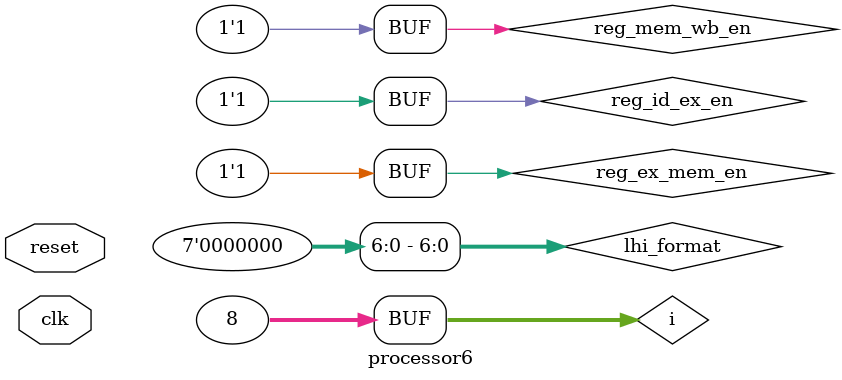
<source format=v>
module processor6 (
	input clk, reset
);

reg [15:0] pc_current = 16'd0;
//wire [15:0] pc_current_value;
reg pc_enable = 1'b1;

wire [15:0] IWR, pc_1, alu3_src2_value, alu3_out, sign_extended_6_id, sign_extended_9_id;
wire [15:0] T1, T2, alu1_out, sign_extended_6_ex, sign_extended_9_ex, T3, alu1_src2_4, T4;
wire [15:0] lhi_format;

reg [15:0] reg_addr1, pc_2, alu1_src2_value, pc_3, rfd3;

wire [2:0] temp_addr, alu_control_signal;
reg [2:0] rfa3;

wire t3_sel, branch, jump, load, sig_multiple, sig_all, mem_read, mem_write, reg_write;
wire [1:0] alu1_src, alu1_op, jump_type, reg_src1, reg_write_data_sel, reg_write_addr_sel;

reg carry_flag, zero_flag;

wire carry, zero, modify_reg_write, new_reg_write;


wire stall_condition_sp;
wire r_type_id, sw_id, br_id, sig_mult_or_all_id, adi_instr, store_multiple_id, store_all_id; 

wire [2:0] ra_id, ra_ex, ra_mem, ra_wb, rb_id, rb_ex, rb_mem, rb_wb, rc_ex, rc_mem, rc_wb;

wire r_type_ex, r_type_mem, r_type_wb;

wire condition1_t1_r1, condition1_t1_r2, condition1_t1_r;
wire condition2_t1_r1, condition2_t1_r2, condition2_t1_r;
wire condition3_t1_r1, condition3_t1_r2, condition3_t1_r;

wire condition1_t2_r1, condition1_t2_r2, condition1_t2_r3, condition1_t2_r;
wire condition2_t2_r1, condition2_t2_r2, condition2_t2_r3, condition2_t2_r;
wire condition3_t2_r1, condition3_t2_r2, condition3_t2_r3, condition3_t2_r;

wire [15:0] value_from_ex_to_id_r, value_from_mem_to_id_r, value_from_wb_to_id_r;

wire lw_lhi_ex, lw_lhi_mem, lw_lhi_wb;

wire stall_condition_t1_lw_lhi1, stall_condition_t1_lw_lhi2, stall_condition_t1_lw_lhi;
wire condition1_t1_lw_lhi1, condition1_t1_lw_lhi2, condition1_t1_lw_lhi;
wire condition2_t1_lw_lhi1, condition2_t1_lw_lhi2, condition2_t1_lw_lhi;

wire stall_condition_t2_lw_lhi1, stall_condition_t2_lw_lhi2, stall_condition_t2_lw_lhi3, stall_condition_t2_lw_lhi;
wire condition1_t2_lw_lhi1, condition1_t2_lw_lhi2, condition1_t2_lw_lhi3, condition1_t2_lw_lhi;
wire condition2_t2_lw_lhi1, condition2_t2_lw_lhi2, condition2_t2_lw_lhi3, condition2_t2_lw_lhi;

wire [15:0] value_from_mem_to_id_lw_lhi, value_from_wb_to_id_lw_lhi;

wire jal_jlr_ex, jal_jlr_mem, jal_jlr_wb;
wire condition1_t1_jal_jlr1, condition1_t1_jal_jlr2, condition1_t1_jal_jlr;
wire condition2_t1_jal_jlr1, condition2_t1_jal_jlr2, condition2_t1_jal_jlr;
wire condition3_t1_jal_jlr1, condition3_t1_jal_jlr2, condition3_t1_jal_jlr;
wire condition1_t2_jal_jlr1, condition1_t2_jal_jlr2, condition1_t2_jal_jlr3, condition1_t2_jal_jlr;
wire condition2_t2_jal_jlr1, condition2_t2_jal_jlr2, condition2_t2_jal_jlr3, condition2_t2_jal_jlr;
wire condition3_t2_jal_jlr1, condition3_t2_jal_jlr2, condition3_t2_jal_jlr3, condition3_t2_jal_jlr;
wire [15:0] value_from_ex_to_id_jal_jlr, value_from_mem_to_id_jal_jlr, value_from_wb_to_id_jal_jlr;

wire lm_ex, lm_mem;
wire condition1_t1_lm1, condition1_t1_lm2, condition1_t1_lm;
wire condition2_t1_lm1, condition2_t1_lm2,  condition2_t1_lm3, condition2_t1_lm4, condition2_t1_lm;
wire condition1_t2_lm1, condition1_t2_lm2, condition1_t2_lm3, condition1_t2_lm;
wire condition2_t2_lm1, condition2_t2_lm2, condition2_t2_lm3, condition2_t2_lm4, condition2_t2_lm5, condition2_t2_lm6, condition2_t2_lm;
wire [15:0] value_from_mem_to_id_lm, value_from_wb_to_id_lm;

wire la_ex, la_mem;
wire condition1_t1_la1, condition1_t1_la2, condition1_t1_la;
wire condition2_t1_la1, condition2_t1_la2, condition2_t1_la3, condition2_t1_la4, condition2_t1_la;
wire condition1_t2_la1, condition1_t2_la2, condition1_t2_la3, condition1_t2_la;
wire condition2_t2_la1, condition2_t2_la2, condition2_t2_la3, condition2_t2_la4, condition2_t2_la5, condition2_t2_la6, condition2_t2_la;

wire [15:0] value_from_mem_to_id_la, value_from_wb_to_id_la;

wire adi_ex, adi_mem, adi_wb;
wire condition1_t1_adi1, condition1_t1_adi2, condition1_t1_adi;
wire condition2_t1_adi1, condition2_t1_adi2, condition2_t1_adi;
wire condition3_t1_adi1, condition3_t1_adi2, condition3_t1_adi;
wire condition1_t2_adi1, condition1_t2_adi2, condition1_t2_adi3, condition1_t2_adi;
wire condition2_t2_adi1, condition2_t2_adi2, condition2_t2_adi3, condition2_t2_adi;
wire condition3_t2_adi1, condition3_t2_adi2, condition3_t2_adi3, condition3_t2_adi;
wire [15:0] value_from_ex_to_id_adi, value_from_mem_to_id_adi, value_from_wb_to_id_adi;


/////
wire store_all_ex, store_all_mem;
/////

////////////////////////
reg [2:0] reg_addr2, counter_store_multiple, counter_store_all, k_multiple, k_all;
reg counter_store_multiple_en, counter_store_all_en, k_multiple_en, k_all_en, reg_write_sp;
reg shift_reg_store_en, mem_write_sp, shift_reg_load_en, counter_load_multiple_en, counter_load_all_en;
reg [7:0] shift_reg_store, shift_reg_load;
reg [2:0] counter_load, counter_load_multiple, counter_load_all;
wire [15:0] alu1_src1_value;
wire alu1_extra_control_sig;

//////////////////////
reg flush_condition_ex1;
wire flush_condition_ex2;
wire flush_condition_ex3;
wire flush_condition_ex;
wire flush_condition_id;
wire flush_condition_mem;

reg [15:0] T1_new, T2_new;

reg reg_if_id_en = 1'b1;
reg reg_id_ex_en = 1'b1;
reg reg_ex_mem_en = 1'b1;
reg reg_mem_wb_en = 1'b1;

reg [48:0] IF_ID_reg = 49'b0;
reg [115:0] ID_EX_reg = 116'b0;
reg [96:0] EX_MEM_reg = 97'b0;
reg [77:0] MEM_WB_reg = 78'b0;

reg [33:0] look_up_table_branch [0:7];
reg [2:0] look_up_table_branch_top;

reg [1:0] fsm_table [0:7];

reg flag1, flag2, flag3, flag4, match_sig, match_sig1;
//reg [2:0] i;
integer i;
integer i_var;
reg [15:0] bta, bta1;

initial
begin
	for(i=0; i<8; i=i+1)
		look_up_table_branch[i] = 0;
	
	look_up_table_branch_top = 0;
	
	fsm_table[0] = 2'b00;
	fsm_table[1] = 2'b01;
	fsm_table[2] = 2'b00;
	fsm_table[3] = 2'b11;
	fsm_table[4] = 2'b00;
	fsm_table[5] = 2'b11;
	fsm_table[6] = 2'b10;
	fsm_table[7] = 2'b11;
	
	pc_current = 0;
	IF_ID_reg = 0;
	ID_EX_reg = 0;
	EX_MEM_reg = 0;
	MEM_WB_reg = 0;
	carry_flag = 0;
	zero_flag = 0;
	
	counter_load_all = 0;
	counter_load_multiple = 0;
	counter_store_all = 0;
	counter_store_multiple = 0;
	k_multiple = 0;
	k_all = 0;
	
	counter_load_all_en = 1'b0;
	counter_load_multiple_en = 1'b0;
	counter_store_all_en = 1'b0;
	counter_store_multiple_en = 1'b0;
	k_multiple_en = 1'b0;
	k_all_en = 1'b0;
end

/////////////////// in instruction fetch (IF) state ////////////////

instruction_memory imem (
								.pc(pc_current),
								.instruction(IWR));

//instruction_memory imem (
//								.pc(pc_current_value),
//								.instruction(IWR));

always @(*) begin
	flag3 = 0;
	for (i=0; i<8; i=i+1)
		if(flag3 != 1) begin
			if ((look_up_table_branch[i][33:18] == pc_current) && (look_up_table_branch[i][1] == 1'b1)) begin
				bta <= look_up_table_branch[i][17:2];
				match_sig <= 1'b1;
				flag3 = 1;
			end
			else begin
				bta <= 16'd0;
				match_sig <= 1'b0;
			end
		end
end
			
			
								
alu_adder alu2 (.a(pc_current),
						.b(16'd1),
						.alu_result(pc_1));

//alu_adder alu2 (.a(pc_current_value),
//						.b(16'd1),
//						.alu_result(pc_1));


/////////////////// end of if ////////////////////////

//always @(posedge clk)
//	begin
//		if (reg_if_id_en)
//			begin
//				IF_ID_reg[47:32] <= pc_current;
//				IF_ID_reg[31:16] <= pc_1;
//				IF_ID_reg[15:0] <= IWR;
//			end
//		//pc_current <= pc_1;
//	end

always @(posedge clk)
	begin
		if (reg_if_id_en)
			begin
				if (flush_condition_id | flush_condition_ex | flush_condition_mem)
					IF_ID_reg <= 0;
				else begin
					IF_ID_reg[48] <= match_sig;
					IF_ID_reg[47:32] <= pc_current;
//					IF_ID_reg[47:32] <= pc_current_value;
					IF_ID_reg[31:16] <= pc_1;
					IF_ID_reg[15:0] <= IWR;
				end
			end
		//pc_current <= pc_1;
	end

/////////////////// in instruction decode and register read (ID-OF) state //////////////

control_unit cu (
					.reset( reset ),
					.opcode( IF_ID_reg[15:12] ),
					.alu1_src( alu1_src ),
					.alu1_op( alu1_op ),
					.t3_sel( t3_sel ),
					.load( load ),
					.sig_multiple( sig_multiple ),
					.sig_all( sig_all ),
					.branch( branch ),
					.jump( jump ),
					.jump_type( jump_type ),
					.reg_src1( reg_src1 ),
					.mem_read( mem_read ),
					.mem_write( mem_write ),
					.reg_write( reg_write ),
					.reg_write_data_sel( reg_write_data_sel ),
					.reg_write_addr_sel( reg_write_addr_sel )
					);
				
					
alu_adder alu3 (
					.a( IF_ID_reg[47:32] ),		//pc_current
					.b( alu3_src2_value ),		//alu3_src2
					.alu_result( alu3_out )		//alu3_out
					);

// se6 of IWR(5:0)					
assign sign_extended_6_id = {{10{IF_ID_reg[5]}}, IF_ID_reg[5:0]};

// se9 of IWR(8:0)
assign sign_extended_9_id = {{7{IF_ID_reg[8]}}, IF_ID_reg[8:0]};

// control signal is jump_type ans branch
assign alu3_src2_value = (~branch & jump) ? sign_extended_9_id : sign_extended_6_id;

//register_file reg_file (
//								.clk( clk ),
//								.rst( reset ),
//								.reg_write_en( reg_write_sp ),
//								.reg_read_addr_1( reg_addr1 ),		//rf_a1
//								.reg_read_data_1( T1 ),		//rf_d1
//								.reg_read_addr_2( IF_ID_reg[8:6] ),		//rf_a2 = IWR(8:6)
//								.reg_read_data_2( T2 ),		//rf_d2
//								.reg_write_dest( rfa3 ),		//rf_a3
//								.reg_write_data( rfd3 )			//rf_d3
//								);

register_file reg_file (
								.clk( clk ),
								.rst( reset ),
								.reg_write_en( reg_write_sp ),
								.reg_read_addr_1( reg_addr1 ),		//rf_a1
								.reg_read_data_1( T1 ),		//rf_d1
								.reg_read_addr_2( reg_addr2 ),		//rf_a2 = IWR(8:6)
								.reg_read_data_2( T2 ),		//rf_d2
								.reg_write_dest( rfa3 ),		//rf_a3
								.reg_write_data( rfd3 )			//rf_d3
								);
								
//register_file1 reg_file (
//								.clk( clk ),
//								.rst( reset ),
//								.reg_write_en( reg_write_sp ),
//								.reg_read_addr_1( reg_addr1 ),		//rf_a1
//								.reg_read_data_1( T1 ),		//rf_d1
//								.reg_read_addr_2( reg_addr2 ),		//rf_a2 = IWR(8:6)
//								.reg_read_data_2( T2 ),		//rf_d2
//								.reg_write_dest( rfa3 ),		//rf_a3
//								.reg_write_data( rfd3 ),			//rf_d3
//								.pc_enable_value( pc_enable ),
//								.pc_value_out( pc_current_value ),
//								.match_sig( match_sig ),
//								.bta( bta ),
//								.condition1( (~IF_ID_reg[48] & (jump & (jump_type[0] ^ jump_type[1]))) ),
//								.condition2( ((ID_EX_reg[10] & (ID_EX_reg[115] ^ zero)) | (~ID_EX_reg[115] & (ID_EX_reg[9] & ~(ID_EX_reg[8] | ID_EX_reg[7])))) ),
//								.value1( pc_2 ),
//								.value2( pc_3 ),
//								.value3( pc_1 ),
////								.value4( wb_instr_result ),
////								.reg_write_en1( reg_write_en_rf )
//								.reg_write_en1( 1'b0 )
//								);


//always @(posedge clk)
//	if (counter_store_multiple == 7)
//		counter_store_multiple_en <= 1'b0;
//	else if (sig_multiple)
//		counter_store_multiple_en <= 1'b1;
always @(posedge clk)
	if ((counter_store_multiple == 7) | (k_multiple == 7))
		counter_store_multiple_en <= 1'b0;
	else if (sig_multiple & (~load))
		counter_store_multiple_en <= 1'b1;
	

//always @(posedge clk)
//	if (counter_store_multiple_en)
//		counter_store_multiple <= counter_store_multiple + 1;

//always @(posedge clk)
//	if (counter_store_multiple_en | (~load & sig_multiple))
//		counter_store_multiple <= counter_store_multiple + 1;
always @(posedge clk)
	if ((counter_store_multiple_en | (~load & sig_multiple)) & (|(k_multiple ^ 3'b111)))
		counter_store_multiple <= counter_store_multiple + 1;


//always @(posedge clk)
//	if (counter_store_all == 6)
//		counter_store_all_en <= 1'b0;
//	else if (sig_all)
//		counter_store_all_en <= 1'b1;
always @(posedge clk)
	if ((counter_store_all == 6) | (k_all == 6))
		counter_store_all_en <= 1'b0;
	else if (sig_all & (~load))
		counter_store_all_en <= 1'b1;
	

//always @(posedge clk)
//	if (counter_store_all_en) begin
//		counter_store_all <= counter_store_all + 1;
//		if (counter_store_all == 6)
//			counter_store_all <= 0;
//	end
//always @(posedge clk)
//	if (counter_store_all_en | (~load & sig_all)) begin
//		counter_store_all <= counter_store_all + 1;
//		if (counter_store_all == 6)
//			counter_store_all <= 0;
//	end
always @(posedge clk)
	if ((counter_store_all_en | (~load & sig_all)) & (|(k_all ^ 3'b110))) begin
		counter_store_all <= counter_store_all + 1;
		if (counter_store_all == 6)
			counter_store_all <= 0;
	end

always @(*)
	if (~load & sig_multiple)
		reg_addr2 <= counter_store_multiple;
	else if (~load & sig_all)
		reg_addr2 <= counter_store_all;
	else
		reg_addr2 <= IF_ID_reg[8:6];

always @(*)
	case (reg_src1)
		2'b00: reg_addr1 <= IF_ID_reg[11:9];
		2'b01: reg_addr1 <= IF_ID_reg[8:6];
		default: reg_addr1 <= IF_ID_reg[11:9];
	endcase

always @(*)
	if ((branch == 1'b1) || (jump_type == 2'b01))
		pc_2 <= alu3_out;
	else if (jump_type == 2'b10)
		pc_2 <= T1;
	else
		pc_2 <= 16'bz;

////
		
always @(posedge clk)
	if (k_multiple == 7)
		k_multiple_en <= 1'b0;
	else if (sig_multiple)
		k_multiple_en <= 1'b1;
	

always @(posedge clk)
	if (k_multiple_en)
		k_multiple <= k_multiple + 1;

always @(posedge clk)
	if (k_all == 6)
		k_all_en <= 1'b0;
	else if (sig_all)
		k_all_en <= 1'b1;

//always @(posedge clk)
//	if ((k_all == 6) | (counter_load_all == 6))
//		k_all_en <= 1'b0;
//	else if (sig_all)
//		k_all_en <= 1'b1;
//	
		
always @(posedge clk)
	if (k_all_en) begin
		k_all <= k_all + 1;
		if (k_all == 6)
			k_all <= 0;
	end
		
////		

//////// Correction of Violation //////////////////

assign stall_condition_sp = (((sig_multiple == 1'b1) && (k_multiple < 7)) || ((sig_all == 1'b1) && (k_all < 6))) ? 1'b1 : 1'b0;
//assign stall_condition_sp = (((sig_multiple == 1'b1) && (k_multiple < 6)) || ((sig_all == 1'b1) && (k_all < 5))) ? 1'b1 : 1'b0;

//always @(*)
//	if (stall_condition_ra_rl | stall_condition_rb_rl | stall_condition_sp) begin
//		pc_enable <= 1'b0;
//		reg_if_id_en <= 1'b0;
//	end
//	else begin
//		pc_enable <= 1'b1;
//		reg_if_id_en <= 1'b1;
//	end

//always @(*)
//	if (stall_condition_t1_lw_lhi | stall_condition_t2_lw_lhi | stall_condition_sp) begin
//		pc_enable <= 1'b0;
//		reg_if_id_en <= 1'b0;
//	end
//	else begin
//		pc_enable <= 1'b1;
//		reg_if_id_en <= 1'b1;
//	end

always @(*)
	if (~(flush_condition_id | flush_condition_ex | flush_condition_mem) & (stall_condition_t1_lw_lhi | stall_condition_t2_lw_lhi | stall_condition_sp)) begin
		pc_enable <= 1'b0;
		reg_if_id_en <= 1'b0;
	end
	else begin
		pc_enable <= 1'b1;
		reg_if_id_en <= 1'b1;
	end
	

always @(*)
	if (condition1_t1_lw_lhi)
		T1_new <= value_from_mem_to_id_lw_lhi;
	else if (condition2_t1_lw_lhi)
		T1_new <= value_from_wb_to_id_lw_lhi;
	else if (condition1_t1_lm)
		T1_new <= value_from_mem_to_id_lm;
	else if (condition2_t1_lm)
		T1_new <= value_from_wb_to_id_lm;
	else if (condition1_t1_la)
		T1_new <= value_from_mem_to_id_la;
	else if (condition2_t1_la)
		T1_new <= value_from_wb_to_id_la;
	else if (condition1_t1_r)
		T1_new <= value_from_ex_to_id_r;
	else if (condition2_t1_r)
		T1_new <= value_from_mem_to_id_r;
	else if (condition3_t1_r)
		T1_new <= value_from_wb_to_id_r;
	else if (condition1_t1_adi)
		T1_new <= value_from_ex_to_id_adi;
	else if (condition2_t1_adi)
		T1_new <= value_from_mem_to_id_adi;
	else if (condition3_t1_adi)
		T1_new <= value_from_wb_to_id_adi;
	else if (condition1_t1_jal_jlr)
		T1_new <= value_from_ex_to_id_jal_jlr;
	else if (condition2_t1_jal_jlr)
		T1_new <= value_from_mem_to_id_jal_jlr;
	else if (condition3_t1_jal_jlr)
		T1_new <= value_from_wb_to_id_jal_jlr;
	else
		T1_new <= T1;

always @(*)
	if (condition1_t2_lw_lhi)
		T2_new <= value_from_mem_to_id_lw_lhi;
	else if (condition2_t2_lw_lhi)
		T2_new <= value_from_wb_to_id_lw_lhi;
	else if (condition1_t2_lm)
		T2_new <= value_from_mem_to_id_lm;
	else if (condition2_t2_lm)
		T2_new <= value_from_wb_to_id_lm;
	else if (condition1_t2_la)
		T2_new <= value_from_mem_to_id_la;
	else if (condition2_t2_la)
		T2_new <= value_from_wb_to_id_la;
	else if (condition1_t2_r)
		T2_new <= value_from_ex_to_id_r;
	else if (condition2_t2_r)
		T2_new <= value_from_mem_to_id_r;
	else if (condition3_t2_r)
		T2_new <= value_from_wb_to_id_r;
	else if (condition1_t2_adi)
		T2_new <= value_from_ex_to_id_adi;
	else if (condition2_t2_adi)
		T2_new <= value_from_mem_to_id_adi;
	else if (condition3_t2_adi)
		T2_new <= value_from_wb_to_id_adi;
	else if (condition1_t2_jal_jlr)
		T2_new <= value_from_ex_to_id_jal_jlr;
	else if (condition2_t2_jal_jlr)
		T2_new <= value_from_mem_to_id_jal_jlr;
	else if (condition3_t2_jal_jlr)
		T2_new <= value_from_wb_to_id_jal_jlr;
	else
		T2_new <= T2;


///////////////////////////////////////////////////////////

// flush condition

//assign flush_condition_id = (jump & (jump_type[0] ^ jump_type[1]));

assign flush_condition_id = ((jump & (jump_type[0] ^ jump_type[1])) && (~IF_ID_reg[48])) ? 1'b1 : 1'b0;

//////////////////

/////////////////// end of id-of ///////////////////////////////////
	
//always @(posedge clk)
//	if (reg_id_ex_en)
//		begin
//			ID_EX_reg[98:83] <= T1;	//T1
//			ID_EX_reg[82:67] <= T2;	//T2
//			ID_EX_reg[66:51] <= pc_2;	//pc_2
//			ID_EX_reg[50:35] <= IF_ID_reg[31:16];	//pc_1
//			ID_EX_reg[34:19] <= IF_ID_reg[15:0];	//IWR
//			
//			ID_EX_reg[18:17] <= alu1_src;
//			ID_EX_reg[16:15] <= alu1_op;
//			ID_EX_reg[14] <= t3_sel;
//			ID_EX_reg[13] <= load;
//			ID_EX_reg[12] <= branch;
//			ID_EX_reg[11] <= jump;
//			ID_EX_reg[10:9] <= jump_type;
//													//removing reg_src1;
//			ID_EX_reg[8] <= mem_read;
//			ID_EX_reg[7] <= mem_write;
//			ID_EX_reg[6] <= mem_write_sig;
//			ID_EX_reg[5] <= reg_write;
//			ID_EX_reg[4] <= reg_write_sig;
//			ID_EX_reg[3:2] <= reg_write_data_sel;
//			ID_EX_reg[1:0] <= reg_write_addr_sel;
//		end

//always @(posedge clk)
//	if (reg_id_ex_en)
//		begin
//			ID_EX_reg[100:85] <= T1_new;	//T1
//			ID_EX_reg[84:69] <= T2_new;	//T2
//			ID_EX_reg[68:53] <= pc_2;	//pc_2
//			ID_EX_reg[52:37] <= IF_ID_reg[31:16];	//pc_1
//			
//			if (~(sig_multiple ^ sig_all) & (stall_condition_ra_rl | stall_condition_rb_rl))
//				ID_EX_reg[36:0] <= 37'd0;
//			else
//			begin
//				ID_EX_reg[36:21] <= IF_ID_reg[15:0];	//IWR
//				
//				ID_EX_reg[20:19] <= alu1_src;
//				ID_EX_reg[18:17] <= alu1_op;
//				ID_EX_reg[16] <= t3_sel;
//				ID_EX_reg[15] <= load;
//				ID_EX_reg[14] <= sig_multiple;
//				ID_EX_reg[13] <= sig_all;
//				ID_EX_reg[12] <= branch;
//				ID_EX_reg[11] <= jump;
//				ID_EX_reg[10:9] <= jump_type;
//														//removing reg_src1;
//				ID_EX_reg[8] <= mem_read;
//				ID_EX_reg[7] <= mem_write;
//				ID_EX_reg[6] <= mem_write_sig;
//				ID_EX_reg[5] <= reg_write;
//				ID_EX_reg[4] <= reg_write_sig;
//				ID_EX_reg[3:2] <= reg_write_data_sel;
//				ID_EX_reg[1:0] <= reg_write_addr_sel;
//			end
//		end

always @(posedge clk)
	if (reg_id_ex_en)
		begin
			if (flush_condition_ex | flush_condition_mem)
				ID_EX_reg <= 0;
			else begin
				ID_EX_reg[115] <= IF_ID_reg[48];	//match_sig
				ID_EX_reg[114:99] <= IF_ID_reg[47:32];	//pc_current
				
				ID_EX_reg[98:83] <= T1_new;	//T1
				ID_EX_reg[82:67] <= T2_new;	//T2
				ID_EX_reg[66:51] <= pc_2;	//pc_2
				ID_EX_reg[50:35] <= IF_ID_reg[31:16];	//pc_1
				
//				if (~(sig_multiple ^ sig_all) & (stall_condition_ra_rl | stall_condition_rb_rl))
//					ID_EX_reg[34:0] <= 35'd0;
//				else
				if (~(sig_multiple ^ sig_all) & (stall_condition_t1_lw_lhi | stall_condition_t2_lw_lhi)) begin
					ID_EX_reg[34:0] <= 35'd0;
					
					ID_EX_reg[115:35] <= 0;
				end
				else
				begin
					ID_EX_reg[34:19] <= IF_ID_reg[15:0];	//IWR
					
					ID_EX_reg[18:17] <= alu1_src;
					ID_EX_reg[16:15] <= alu1_op;
					ID_EX_reg[14] <= t3_sel;
					ID_EX_reg[13] <= load;
					ID_EX_reg[12] <= sig_multiple;
					ID_EX_reg[11] <= sig_all;
					ID_EX_reg[10] <= branch;
					ID_EX_reg[9] <= jump;
					ID_EX_reg[8:7] <= jump_type;
															//removing reg_src1;
					ID_EX_reg[6] <= mem_read;
					ID_EX_reg[5] <= mem_write;
					ID_EX_reg[4] <= reg_write;
					ID_EX_reg[3:2] <= reg_write_data_sel;
					ID_EX_reg[1:0] <= reg_write_addr_sel;
				end
			end
		end

/////////////////// in execution state (EX) state ////////////////

alu_control alu_control_dut (
										.aluop( ID_EX_reg[16:15] ),
										.condition_cz( ID_EX_reg[20:19] ),
										.alu_control( alu_control_signal )
										);
										
//alu1 alu1_dut (
//					.a( ID_EX_reg[100:85] ),
//					.b( alu1_src2_value ),
//					.carry_flag( carry_flag ),
//					.zero_flag( zero_flag ),
//					.alu_control( alu_control_signal ),
//					.alu_result( alu1_out ),
//					.zero( zero ),
//					.carry( carry ),
//					.modify_reg_write( modify_reg_write )
//					);
alu1 alu1_dut (
					.a( alu1_src1_value ),
					.b( alu1_src2_value ),
					.carry_flag( carry_flag ),
					.zero_flag( zero_flag ),
					.alu_control( alu_control_signal ),
					.alu_result( alu1_out ),
					.zero( zero ),
					.carry( carry ),
					.modify_reg_write( modify_reg_write )
					);

					
//T3 sel
assign T3 = (ID_EX_reg[14]) ? lhi_format : alu1_out;

assign lhi_format = {ID_EX_reg[27:19], 7'b0};

//SE6 of IWR(5:0)					
assign sign_extended_6_ex = {{10{ID_EX_reg[24]}}, ID_EX_reg[24:19]};

//SE6 of IWR(8:0)
assign sign_extended_9_ex = {{7{ID_EX_reg[27]}}, ID_EX_reg[27:19]};

always @(*)
	case (ID_EX_reg[18:17])	//alu1_src
		2'b00: alu1_src2_value <= ID_EX_reg[82:67];	//T2
		2'b01: alu1_src2_value <= sign_extended_6_ex;	//se IWR(5:0)
		2'b10: alu1_src2_value <= sign_extended_9_ex;	//se IWR(8:0)
		2'b11: alu1_src2_value <= alu1_src2_4;		//temp
	endcase

//
assign alu1_src2_4 = (alu1_extra_control_sig) ? 16'd1 : 16'd0;
assign alu1_src1_value = (alu1_extra_control_sig) ? EX_MEM_reg[63:48] : ID_EX_reg[98:83];// ? T3 : T1

///////////////// alert change this according to pipeline reg/////
assign alu1_extra_control_sig = (((sig_multiple ^ sig_all) == 1'b1) && ((k_multiple_en==1'b1 && k_multiple > 0) || (k_all_en==1'b1 && k_all > 0)));
	
//modify_reg_write
assign new_reg_write = (modify_reg_write) ? 1'b0 : ID_EX_reg[4];	//reg_write

// pc_3
always @(*)
	if (ID_EX_reg[10])	//branch
		if (zero)
			pc_3 <= ID_EX_reg[66:51];	// taken (to pc_2)
		else
			pc_3 <= ID_EX_reg[50:35];	//not taken (go to pc_1)
	else if ((ID_EX_reg[9] == 1'b1) && (ID_EX_reg[8:7] == 2'b00))	//jump, jump_type
		pc_3 <= T3;	//T3
	else
		pc_3 <= ID_EX_reg[50:35];	//pc_1
		
///////////////
// flush condition

//assign flush_condition_ex = ((ID_EX_reg[10] & zero) | (ID_EX_reg[9] & ~(| ID_EX_reg[8:7])));

always @(*)
	if (ID_EX_reg[115])		//match_sig in EX
		if (((ID_EX_reg[10] & zero) | (ID_EX_reg[9] & ~(| ID_EX_reg[8:7]))))
			flush_condition_ex1 <= 1'b0;
		else
			flush_condition_ex1 <= 1'b1;
	else
		if (((ID_EX_reg[10] & zero) | (ID_EX_reg[9] & ~(| ID_EX_reg[8:7]))))
			flush_condition_ex1 <= 1'b1;
		else
			flush_condition_ex1 <= 1'b0;

assign flush_condition_ex2 = (((ID_EX_reg[4] & (~ID_EX_reg[13]) & (~ID_EX_reg[9]) & ID_EX_reg[16]) & (& rb_ex)) & ~ID_EX_reg[115]) ? 1'b1 : 1'b0;
assign flush_condition_ex3 = (((~ID_EX_reg[16] & ID_EX_reg[4]) & (& rc_ex)) & ~ID_EX_reg[115]) ? 1'b1 : 1'b0;
assign flush_condition_ex = flush_condition_ex1 | flush_condition_ex2 | flush_condition_ex3;

assign flush_condition_mem1 = (((EX_MEM_reg[13] & ~(EX_MEM_reg[12] ^ EX_MEM_reg[11])) & (& ra_mem)) & ~EX_MEM_reg[80]) ? 1'b1 : 1'b0;
//assign flush_condition_mem2 = (((EX_MEM_reg[13] & EX_MEM_reg[12]) & (EX_MEM_reg[16]) & (counter_load_multiple[2] & counter_load_multiple[1] & ~counter_load_multiple[0])) & ~EX_MEM_reg[80]) ? 1'b1 : 1'b0;
assign flush_condition_mem2 = (((EX_MEM_reg[13] & EX_MEM_reg[12]) & (EX_MEM_reg[16]) & (counter_load_multiple[2] & counter_load_multiple[1] & ~counter_load_multiple[0])) & ~match_sig1) ? 1'b1 : 1'b0;
assign flush_condition_mem = flush_condition_mem1 | flush_condition_mem2;

always @(*) begin
	flag4 = 0;
	for (i=0; i<8; i=i+1)
		if(flag4 != 1) begin
			if ((look_up_table_branch[i][33:18] == EX_MEM_reg[96:81]) && (look_up_table_branch[i][1] == 1'b1)) begin
				bta1 <= look_up_table_branch[i][17:2];
				match_sig1 <= 1'b1;
				flag4 = 1;
			end
			else begin
				bta1 <= 16'd0;
				match_sig1 <= 1'b0;
			end
		end
end

///////// pc_updation ///////////////

//always @(posedge clk)
//	if(pc_enable)
//		if(jump & (jump_type[0] ^ jump_type[1]))	// jump and jumptype jal, jlr
//			pc_current <= pc_2;
//		else if(ID_EX_reg[12] | (ID_EX_reg[11] & ~(ID_EX_reg[10] | ID_EX_reg[9])))
//			pc_current <= pc_3;
//		else
//			pc_current <= pc_1;

//always @(posedge clk)
//	if(pc_enable)
//		if(jump & (jump_type[0] ^ jump_type[1]))	// jump and jumptype jal, jlr
//			pc_current <= pc_2;
//		else if((ID_EX_reg[10] & zero) | (ID_EX_reg[9] & ~(ID_EX_reg[8] | ID_EX_reg[7])))
//			pc_current <= pc_3;
//		else
//			pc_current <= pc_1;

//always @(posedge clk)
//	if(pc_enable)
//		if(match_sig)
//			pc_current <= bta;
//		else if(jump & (jump_type[0] ^ jump_type[1]))	// jump and jumptype jal, jlr
//			pc_current <= pc_2;
//		else if((ID_EX_reg[10] & zero) | (ID_EX_reg[9] & ~(ID_EX_reg[8] | ID_EX_reg[7])))
//			pc_current <= pc_3;
//		else
//			pc_current <= pc_1;

//always @(posedge clk)
//	if(pc_enable)
//		if(match_sig)
//			pc_current <= bta;
//		else if(~IF_ID_reg[48] & (jump & (jump_type[0] ^ jump_type[1])))	// jump and jumptype jal, jlr
//			pc_current <= pc_2;
//		else if ((ID_EX_reg[10] & (ID_EX_reg[115] ^ zero)) | (~ID_EX_reg[115] & (ID_EX_reg[9] & ~(ID_EX_reg[8] | ID_EX_reg[7]))))		// (branch & (taken ^ match_sig)) | (~match_sig & jump condition)
//			pc_current <= pc_3;
//		else
//			pc_current <= pc_1;
		
//always @(posedge clk)
//	if(pc_enable)
//		if(match_sig)
//			pc_current <= bta;
//		else if(~IF_ID_reg[48] & (jump & (jump_type[0] ^ jump_type[1])))	// jump and jumptype jal, jlr
//			pc_current <= pc_2;
//		else if ((ID_EX_reg[10] & (ID_EX_reg[115] ^ zero)) | (~ID_EX_reg[115] & (ID_EX_reg[9] & ~(ID_EX_reg[8] | ID_EX_reg[7]))))		// (branch & (taken ^ match_sig)) | (~match_sig & jump condition)
//			pc_current <= pc_3;
//		else if (~ID_EX_reg[115] & ((~ID_EX_reg[16] & ID_EX_reg[4]) & (& rc_ex)))
//			pc_current <= T3;
//		else if (~ID_EX_reg[115] & ((ID_EX_reg[4] & (~ID_EX_reg[13]) & (~ID_EX_reg[9]) & ID_EX_reg[16]) & (& rb_ex)))
//			pc_current <= T3;
//		else if (~EX_MEM_reg[80] & ((EX_MEM_reg[13] & ~(EX_MEM_reg[12] ^ EX_MEM_reg[11])) & (& ra_mem)))
//			pc_current <= T4;
//		else if (~EX_MEM_reg[80] & ((EX_MEM_reg[13] & EX_MEM_reg[12]) & (EX_MEM_reg[16]) & (counter_load_multiple[2] & counter_load_multiple[1] & ~counter_load_multiple[0])))	//lm
//			pc_current <= T4;
//		else if ((jump & (jump_type[0] ^ jump_type[1])) & (& IF_ID_reg[11:9]))
//			pc_current <= IF_ID_reg[31:16];
//		else
//			pc_current <= pc_1;

//always @(posedge clk)
//	if(pc_enable)
//		if(match_sig)
//			pc_current <= bta;
//		else if (~IF_ID_reg[48] & ((jump & (jump_type[0] ^ jump_type[1])) & (& IF_ID_reg[11:9])))
//			pc_current <= IF_ID_reg[31:16];
//		else if(~IF_ID_reg[48] & (jump & (jump_type[0] ^ jump_type[1]) & ~(& IF_ID_reg[11:9])))	// jump and jumptype jal, jlr
//			pc_current <= pc_2;
//		else if ((ID_EX_reg[10] & (ID_EX_reg[115] ^ zero)) | (~ID_EX_reg[115] & (ID_EX_reg[9] & ~(ID_EX_reg[8] | ID_EX_reg[7]))))		// (branch & (taken ^ match_sig)) | (~match_sig & jump condition)
//			pc_current <= pc_3;
//		else if (~ID_EX_reg[115] & ((~ID_EX_reg[16] & ID_EX_reg[4]) & (& rc_ex)))
//			pc_current <= T3;
//		else if (~ID_EX_reg[115] & ((ID_EX_reg[4] & (~ID_EX_reg[13]) & (~ID_EX_reg[9]) & ID_EX_reg[16]) & (& rb_ex)))
//			pc_current <= T3;
//		else if (~EX_MEM_reg[80] & ((EX_MEM_reg[13] & ~(EX_MEM_reg[12] ^ EX_MEM_reg[11])) & (& ra_mem)))
//			pc_current <= T4;
//		else if (~EX_MEM_reg[80] & ((EX_MEM_reg[13] & EX_MEM_reg[12]) & (EX_MEM_reg[16]) & (counter_load_multiple[2] & counter_load_multiple[1] & ~counter_load_multiple[0])))	//lm
//			pc_current <= T4;
////		else if ((jump & (jump_type[0] ^ jump_type[1])) & (& IF_ID_reg[11:9]))
////			pc_current <= IF_ID_reg[31:16];
//		else
//			pc_current <= pc_1;

always @(posedge clk)
	if(pc_enable)
		if(match_sig)
			pc_current <= bta;
		else if (match_sig1 & ((EX_MEM_reg[13] & EX_MEM_reg[12]) & (EX_MEM_reg[16]) & (counter_load_multiple[2] & counter_load_multiple[1] & ~counter_load_multiple[0])))
			pc_current <= bta1;
		else if (~IF_ID_reg[48] & ((jump & (jump_type[0] ^ jump_type[1])) & (& IF_ID_reg[11:9])))
			pc_current <= IF_ID_reg[31:16];
		else if(~IF_ID_reg[48] & (jump & (jump_type[0] ^ jump_type[1]) & ~(& IF_ID_reg[11:9])))	// jump and jumptype jal, jlr
			pc_current <= pc_2;
		else if ((ID_EX_reg[10] & (ID_EX_reg[115] ^ zero)) | (~ID_EX_reg[115] & (ID_EX_reg[9] & ~(ID_EX_reg[8] | ID_EX_reg[7]))))		// (branch & (taken ^ match_sig)) | (~match_sig & jump condition)
			pc_current <= pc_3;
		else if (~ID_EX_reg[115] & ((~ID_EX_reg[16] & ID_EX_reg[4]) & (& rc_ex)))
			pc_current <= T3;
		else if (~ID_EX_reg[115] & ((ID_EX_reg[4] & (~ID_EX_reg[13]) & (~ID_EX_reg[9]) & ID_EX_reg[16]) & (& rb_ex)))
			pc_current <= T3;
		else if (~EX_MEM_reg[80] & ((EX_MEM_reg[13] & ~(EX_MEM_reg[12] ^ EX_MEM_reg[11])) & (& ra_mem)))
			pc_current <= T4;
		else if (~match_sig1 & ((EX_MEM_reg[13] & EX_MEM_reg[12]) & (EX_MEM_reg[16]) & (counter_load_multiple[2] & counter_load_multiple[1] & ~counter_load_multiple[0])))	//lm
			pc_current <= T4;
//		else if ((jump & (jump_type[0] ^ jump_type[1])) & (& IF_ID_reg[11:9]))
//			pc_current <= IF_ID_reg[31:16];
		else
			pc_current <= pc_1;
		
///////////look_up_table updation //////////////////

//always @(posedge clk) begin
//	if (jump & (jump_type[0] ^ jump_type[1])) begin		// jump and jumptype jal, jlr
//		flag1 = 0;
//		for(i=0; i<8; i=i+1)
//			if(look_up_table_branch[i][33:18] == IF_ID_reg[47:32])	// match with pc of instr
//				flag1 = 1;
//		if (flag1 == 0) begin
//			look_up_table_branch[look_up_table_branch_top] <= {IF_ID_reg[47:32], pc_2, 2'b11};	//pc, bta, hb
//			look_up_table_branch_top <= look_up_table_branch_top + 1;
//		end
//	end
//	else if ((ID_EX_reg[10]) | (ID_EX_reg[9] & ~(ID_EX_reg[8] | ID_EX_reg[7]))) begin
//		flag2 = 0;
//		for(i=0; i<8; i=i+1)
//			if(look_up_table_branch[i][33:18] == ID_EX_reg[114:99]) begin	// match with pc of instr
//				flag2 = 1;
//				i_var = i;
//				$display("time = %0t, i = %d",$time, i);
//			end
//		if (flag2 == 0) begin
//			//look_up_table_branch[look_up_table_branch_top] <= {ID_EX_reg[114:99], ID_EX_reg[66:51], ((ID_EX_reg[10] & zero) | (ID_EX_reg[9] & ~(ID_EX_reg[8] | ID_EX_reg[7]))), ~((ID_EX_reg[10] & zero) | (ID_EX_reg[9] & ~(ID_EX_reg[8] | ID_EX_reg[7])))};	//pc, bta, hb
//			look_up_table_branch_top <= look_up_table_branch_top + 1;
//			if (ID_EX_reg[10])
//				look_up_table_branch[look_up_table_branch_top] <= {ID_EX_reg[114:99], ID_EX_reg[66:51], (ID_EX_reg[10] & zero), ~(ID_EX_reg[10] & zero)};	//pc, bta, hb
//			else
//				look_up_table_branch[look_up_table_branch_top] <= {ID_EX_reg[114:99], T3, 2'b11};	//pc, bta, hb
//		end
//		else begin			
//			look_up_table_branch[i_var][1:0] <= fsm_table[{look_up_table_branch[i_var][1:0], ((ID_EX_reg[10] & zero) | (ID_EX_reg[9] & ~(ID_EX_reg[8] | ID_EX_reg[7])))}];
//		end
//	end
//end

//always @(posedge clk) begin
//	if (jump & (jump_type[0] ^ jump_type[1])) begin		// jump and jumptype jal, jlr
//		flag1 = 0;
//		for(i=0; i<8; i=i+1)
//			if(look_up_table_branch[i][33:18] == IF_ID_reg[47:32])	// match with pc of instr
//				flag1 = 1;
//		if (flag1 == 0) begin
//			look_up_table_branch[look_up_table_branch_top] <= {IF_ID_reg[47:32], pc_2, 2'b11};	//pc, bta, hb
//			look_up_table_branch_top <= look_up_table_branch_top + 1;
//		end
//	end
//	else if ((ID_EX_reg[10]) | (ID_EX_reg[9] & ~(ID_EX_reg[8] | ID_EX_reg[7]))) begin
//		flag2 = 0;
//		for(i=0; i<8; i=i+1)
//			if(look_up_table_branch[i][33:18] == ID_EX_reg[114:99]) begin	// match with pc of instr
//				flag2 = 1;
//				i_var = i;
//				$display("time = %0t, i = %d",$time, i);
//			end
//		if (flag2 == 0) begin
//			//look_up_table_branch[look_up_table_branch_top] <= {ID_EX_reg[114:99], ID_EX_reg[66:51], ((ID_EX_reg[10] & zero) | (ID_EX_reg[9] & ~(ID_EX_reg[8] | ID_EX_reg[7]))), ~((ID_EX_reg[10] & zero) | (ID_EX_reg[9] & ~(ID_EX_reg[8] | ID_EX_reg[7])))};	//pc, bta, hb
//			look_up_table_branch_top <= look_up_table_branch_top + 1;
//			if (ID_EX_reg[10])
//				look_up_table_branch[look_up_table_branch_top] <= {ID_EX_reg[114:99], ID_EX_reg[66:51], (ID_EX_reg[10] & zero), ~(ID_EX_reg[10] & zero)};	//pc, bta, hb
//			else
//				look_up_table_branch[look_up_table_branch_top] <= {ID_EX_reg[114:99], T3, 2'b11};	//pc, bta, hb
//		end
//		else begin
//			look_up_table_branch[i_var][1:0] <= fsm_table[{look_up_table_branch[i_var][1:0], ((ID_EX_reg[10] & zero) | (ID_EX_reg[9] & ~(ID_EX_reg[8] | ID_EX_reg[7])))}];
//			if (ID_EX_reg[10])
//				look_up_table_branch[i_var][17:2] <= ID_EX_reg[66:51];
//			else
//				look_up_table_branch[i_var][17:2] <= T3;
//		end
//	end
//	else if (((~ID_EX_reg[16] & ID_EX_reg[4]) & (& rc_ex)) | ((ID_EX_reg[4] & (~ID_EX_reg[13]) & (~ID_EX_reg[9]) & ID_EX_reg[16]) & (& rb_ex))) begin
//		flag2 = 0;
//		for(i=0; i<8; i=i+1)
//			if(look_up_table_branch[i][33:18] == ID_EX_reg[114:99]) begin	// match with pc of instr
//				flag2 = 1;
//				i_var = i;
//				$display("time = %0t, i = %d",$time, i);
//			end
//		if (flag2 == 0) begin
//			//look_up_table_branch[look_up_table_branch_top] <= {ID_EX_reg[114:99], ID_EX_reg[66:51], ((ID_EX_reg[10] & zero) | (ID_EX_reg[9] & ~(ID_EX_reg[8] | ID_EX_reg[7]))), ~((ID_EX_reg[10] & zero) | (ID_EX_reg[9] & ~(ID_EX_reg[8] | ID_EX_reg[7])))};	//pc, bta, hb
//			look_up_table_branch_top <= look_up_table_branch_top + 1;
//			look_up_table_branch[look_up_table_branch_top] <= {ID_EX_reg[114:99], T3, 2'b11};	//pc, bta, hb
//		end
//		else
//			look_up_table_branch[i_var][17:2] <= T3;
//	end
//	else if (((EX_MEM_reg[13] & ~(EX_MEM_reg[12] ^ EX_MEM_reg[11])) & (& ra_mem)) | ((EX_MEM_reg[13] & EX_MEM_reg[12]) & (EX_MEM_reg[16]) & (counter_load_multiple[2] & counter_load_multiple[1] & ~counter_load_multiple[0]))) begin
//		flag2 = 0;
//		for(i=0; i<8; i=i+1)
//			if(look_up_table_branch[i][33:18] == EX_MEM_reg[96:81]) begin	// match with pc of instr
//				flag2 = 1;
//				i_var = i;
//				$display("time = %0t, i = %d",$time, i);
//			end
//		if (flag2 == 0) begin
//			//look_up_table_branch[look_up_table_branch_top] <= {ID_EX_reg[114:99], ID_EX_reg[66:51], ((ID_EX_reg[10] & zero) | (ID_EX_reg[9] & ~(ID_EX_reg[8] | ID_EX_reg[7]))), ~((ID_EX_reg[10] & zero) | (ID_EX_reg[9] & ~(ID_EX_reg[8] | ID_EX_reg[7])))};	//pc, bta, hb
//			look_up_table_branch_top <= look_up_table_branch_top + 1;
//			look_up_table_branch[look_up_table_branch_top] <= {EX_MEM_reg[96:81], T4, 2'b11};	//pc, bta, hb
//		end
//		else
//			look_up_table_branch[i_var][17:2] <= T4;
//	end
//end

//always @(posedge clk) begin
//	if (jump & (jump_type[0] ^ jump_type[1])) begin		// jump and jumptype jal, jlr
//		flag1 = 0;
//		for(i=0; i<8; i=i+1)
//			if(look_up_table_branch[i][33:18] == IF_ID_reg[47:32]) begin	// match with pc of instr
//				flag1 = 1;
//				i_var = i;
//			end
//		if (flag1 == 0) begin
////			look_up_table_branch[look_up_table_branch_top] <= {IF_ID_reg[47:32], pc_2, 2'b11};	//pc, bta, hb
//			look_up_table_branch_top <= look_up_table_branch_top + 1;
//			if (& IF_ID_reg[11:9])	//dest =7
//				look_up_table_branch[look_up_table_branch_top] <= {IF_ID_reg[47:32], IF_ID_reg[31:16], 2'b11};	//pc, bta, hb
//			else
//				look_up_table_branch[look_up_table_branch_top] <= {IF_ID_reg[47:32], pc_2, 2'b11};	//pc, bta, hb
//		end
//		else
//			if (& IF_ID_reg[11:9])
//				look_up_table_branch[i_var][17:2] <= IF_ID_reg[31:16];
//			else
//				look_up_table_branch[i_var][17:2] <= pc_2;
//				
//	end
//	else if ((ID_EX_reg[10]) | (ID_EX_reg[9] & ~(ID_EX_reg[8] | ID_EX_reg[7]))) begin
//		flag2 = 0;
//		for(i=0; i<8; i=i+1)
//			if(look_up_table_branch[i][33:18] == ID_EX_reg[114:99]) begin	// match with pc of instr
//				flag2 = 1;
//				i_var = i;
//				$display("time = %0t, i = %d",$time, i);
//			end
//		if (flag2 == 0) begin
//			//look_up_table_branch[look_up_table_branch_top] <= {ID_EX_reg[114:99], ID_EX_reg[66:51], ((ID_EX_reg[10] & zero) | (ID_EX_reg[9] & ~(ID_EX_reg[8] | ID_EX_reg[7]))), ~((ID_EX_reg[10] & zero) | (ID_EX_reg[9] & ~(ID_EX_reg[8] | ID_EX_reg[7])))};	//pc, bta, hb
//			look_up_table_branch_top <= look_up_table_branch_top + 1;
//			if (ID_EX_reg[10])
//				look_up_table_branch[look_up_table_branch_top] <= {ID_EX_reg[114:99], ID_EX_reg[66:51], (ID_EX_reg[10] & zero), ~(ID_EX_reg[10] & zero)};	//pc, bta, hb
//			else
//				look_up_table_branch[look_up_table_branch_top] <= {ID_EX_reg[114:99], T3, 2'b11};	//pc, bta, hb
//		end
//		else begin
//			look_up_table_branch[i_var][1:0] <= fsm_table[{look_up_table_branch[i_var][1:0], ((ID_EX_reg[10] & zero) | (ID_EX_reg[9] & ~(ID_EX_reg[8] | ID_EX_reg[7])))}];
//			if (ID_EX_reg[10])
//				look_up_table_branch[i_var][17:2] <= ID_EX_reg[66:51];
//			else
//				look_up_table_branch[i_var][17:2] <= T3;
//		end
//	end
//	else if (((~ID_EX_reg[16] & ID_EX_reg[4]) & (& rc_ex)) | ((ID_EX_reg[4] & (~ID_EX_reg[13]) & (~ID_EX_reg[9]) & ID_EX_reg[16]) & (& rb_ex))) begin
//		flag2 = 0;
//		for(i=0; i<8; i=i+1)
//			if(look_up_table_branch[i][33:18] == ID_EX_reg[114:99]) begin	// match with pc of instr
//				flag2 = 1;
//				i_var = i;
//				$display("time = %0t, i = %d",$time, i);
//			end
//		if (flag2 == 0) begin
//			//look_up_table_branch[look_up_table_branch_top] <= {ID_EX_reg[114:99], ID_EX_reg[66:51], ((ID_EX_reg[10] & zero) | (ID_EX_reg[9] & ~(ID_EX_reg[8] | ID_EX_reg[7]))), ~((ID_EX_reg[10] & zero) | (ID_EX_reg[9] & ~(ID_EX_reg[8] | ID_EX_reg[7])))};	//pc, bta, hb
//			look_up_table_branch_top <= look_up_table_branch_top + 1;
//			look_up_table_branch[look_up_table_branch_top] <= {ID_EX_reg[114:99], T3, 2'b11};	//pc, bta, hb
//		end
//		else
//			look_up_table_branch[i_var][17:2] <= T3;
//	end
//	else if (((EX_MEM_reg[13] & ~(EX_MEM_reg[12] ^ EX_MEM_reg[11])) & (& ra_mem)) | ((EX_MEM_reg[13] & EX_MEM_reg[12]) & (EX_MEM_reg[16]) & (counter_load_multiple[2] & counter_load_multiple[1] & ~counter_load_multiple[0]))) begin
//		flag2 = 0;
//		for(i=0; i<8; i=i+1)
//			if(look_up_table_branch[i][33:18] == EX_MEM_reg[96:81]) begin	// match with pc of instr
//				flag2 = 1;
//				i_var = i;
//				$display("time = %0t, i = %d",$time, i);
//			end
//		if (flag2 == 0) begin
//			//look_up_table_branch[look_up_table_branch_top] <= {ID_EX_reg[114:99], ID_EX_reg[66:51], ((ID_EX_reg[10] & zero) | (ID_EX_reg[9] & ~(ID_EX_reg[8] | ID_EX_reg[7]))), ~((ID_EX_reg[10] & zero) | (ID_EX_reg[9] & ~(ID_EX_reg[8] | ID_EX_reg[7])))};	//pc, bta, hb
//			look_up_table_branch_top <= look_up_table_branch_top + 1;
//			look_up_table_branch[look_up_table_branch_top] <= {EX_MEM_reg[96:81], T4, 2'b11};	//pc, bta, hb
//		end
//		else
//			look_up_table_branch[i_var][17:2] <= T4;
//	end
//end

always @(posedge clk) begin
	if (jump & (jump_type[0] ^ jump_type[1])) begin		// jump and jumptype jal, jlr
		flag1 = 0;
		for(i=0; i<8; i=i+1)
			if ((look_up_table_branch[i][33:18] == IF_ID_reg[47:32]) && ((| look_up_table_branch_top) == 1'b1)) begin	// match with pc of instr
				flag1 = 1;
				i_var = i;
			end
		if (flag1 == 0) begin
//			look_up_table_branch[look_up_table_branch_top] <= {IF_ID_reg[47:32], pc_2, 2'b11};	//pc, bta, hb
			look_up_table_branch_top <= look_up_table_branch_top + 1;
			if (& IF_ID_reg[11:9])	//dest =7
				look_up_table_branch[look_up_table_branch_top] <= {IF_ID_reg[47:32], IF_ID_reg[31:16], 2'b11};	//pc, bta, hb
			else
				look_up_table_branch[look_up_table_branch_top] <= {IF_ID_reg[47:32], pc_2, 2'b11};	//pc, bta, hb
		end
		else
			if (& IF_ID_reg[11:9])
				look_up_table_branch[i_var][17:2] <= IF_ID_reg[31:16];
			else
				look_up_table_branch[i_var][17:2] <= pc_2;
				
	end
	else if ((ID_EX_reg[10]) | (ID_EX_reg[9] & ~(ID_EX_reg[8] | ID_EX_reg[7]))) begin
		flag2 = 0;
		for(i=0; i<8; i=i+1)
			if ((look_up_table_branch[i][33:18] == ID_EX_reg[114:99]) && ((| look_up_table_branch_top) == 1'b1)) begin	// match with pc of instr
				flag2 = 1;
				i_var = i;
				$display("time = %0t, i = %d",$time, i);
			end
		if (flag2 == 0) begin
			//look_up_table_branch[look_up_table_branch_top] <= {ID_EX_reg[114:99], ID_EX_reg[66:51], ((ID_EX_reg[10] & zero) | (ID_EX_reg[9] & ~(ID_EX_reg[8] | ID_EX_reg[7]))), ~((ID_EX_reg[10] & zero) | (ID_EX_reg[9] & ~(ID_EX_reg[8] | ID_EX_reg[7])))};	//pc, bta, hb
			look_up_table_branch_top <= look_up_table_branch_top + 1;
			if (ID_EX_reg[10])
				look_up_table_branch[look_up_table_branch_top] <= {ID_EX_reg[114:99], ID_EX_reg[66:51], (ID_EX_reg[10] & zero), ~(ID_EX_reg[10] & zero)};	//pc, bta, hb
			else
				look_up_table_branch[look_up_table_branch_top] <= {ID_EX_reg[114:99], T3, 2'b11};	//pc, bta, hb
		end
		else begin
			look_up_table_branch[i_var][1:0] <= fsm_table[{look_up_table_branch[i_var][1:0], ((ID_EX_reg[10] & zero) | (ID_EX_reg[9] & ~(ID_EX_reg[8] | ID_EX_reg[7])))}];
			if (ID_EX_reg[10])
				look_up_table_branch[i_var][17:2] <= ID_EX_reg[66:51];
			else
				look_up_table_branch[i_var][17:2] <= T3;
		end
	end
	else if (((~ID_EX_reg[16] & ID_EX_reg[4]) & (& rc_ex)) | ((ID_EX_reg[4] & (~ID_EX_reg[13]) & (~ID_EX_reg[9]) & ID_EX_reg[16]) & (& rb_ex))) begin
		flag2 = 0;
		for(i=0; i<8; i=i+1)
			if ((look_up_table_branch[i][33:18] == ID_EX_reg[114:99]) && ((| look_up_table_branch_top) == 1'b1)) begin	// match with pc of instr
				flag2 = 1;
				i_var = i;
				$display("time = %0t, i = %d",$time, i);
			end
		if (flag2 == 0) begin
			//look_up_table_branch[look_up_table_branch_top] <= {ID_EX_reg[114:99], ID_EX_reg[66:51], ((ID_EX_reg[10] & zero) | (ID_EX_reg[9] & ~(ID_EX_reg[8] | ID_EX_reg[7]))), ~((ID_EX_reg[10] & zero) | (ID_EX_reg[9] & ~(ID_EX_reg[8] | ID_EX_reg[7])))};	//pc, bta, hb
			look_up_table_branch_top <= look_up_table_branch_top + 1;
			look_up_table_branch[look_up_table_branch_top] <= {ID_EX_reg[114:99], T3, 2'b11};	//pc, bta, hb
		end
		else
			look_up_table_branch[i_var][17:2] <= T3;
	end
	else if (((EX_MEM_reg[13] & ~(EX_MEM_reg[12] ^ EX_MEM_reg[11])) & (& ra_mem)) | ((EX_MEM_reg[13] & EX_MEM_reg[12]) & (EX_MEM_reg[16]) & (counter_load_multiple[2] & counter_load_multiple[1] & ~counter_load_multiple[0]))) begin
		flag2 = 0;
		for(i=0; i<8; i=i+1)
			if ((look_up_table_branch[i][33:18] == EX_MEM_reg[96:81]) && ((| look_up_table_branch_top) == 1'b1)) begin	// match with pc of instr
				flag2 = 1;
				i_var = i;
				$display("time = %0t, i = %d",$time, i);
			end
		if (flag2 == 0) begin
			//look_up_table_branch[look_up_table_branch_top] <= {ID_EX_reg[114:99], ID_EX_reg[66:51], ((ID_EX_reg[10] & zero) | (ID_EX_reg[9] & ~(ID_EX_reg[8] | ID_EX_reg[7]))), ~((ID_EX_reg[10] & zero) | (ID_EX_reg[9] & ~(ID_EX_reg[8] | ID_EX_reg[7])))};	//pc, bta, hb
			look_up_table_branch_top <= look_up_table_branch_top + 1;
			look_up_table_branch[look_up_table_branch_top] <= {EX_MEM_reg[96:81], T4, 2'b11};	//pc, bta, hb
		end
		else
			look_up_table_branch[i_var][17:2] <= T4;
	end
end

////////////////////////////////////////////////////

//assign condition_rf1 = 

/////////////////// end of ex ////////////////////////////////////

//always @(posedge clk)
//	if (reg_ex_mem_en)
//		begin
//			carry_flag <= carry;
//			
//			EX_MEM_reg[80] <= ID_EX_reg[115]; //match_sig
//			EX_MEM_reg[79:64] <= ID_EX_reg[82:67];	//T2
//			EX_MEM_reg[63:48] <= T3;	//T3
//			EX_MEM_reg[47:32] <= ID_EX_reg[50:35];	//pc_1
//			EX_MEM_reg[31:16] <= ID_EX_reg[34:19];	//IWR
//			
//			//control signals
//															// removing alu1_src;
//			EX_MEM_reg[15:14] <= ID_EX_reg[16:15];			// alu1_op;
//															//removing t3_sel;
//			EX_MEM_reg[13] <= ID_EX_reg[13];		//load;
//			EX_MEM_reg[12] <= ID_EX_reg[12];			//sig_multiple
//			EX_MEM_reg[11] <= ID_EX_reg[11];			//sig_all
//			EX_MEM_reg[10] <= ID_EX_reg[10];				// branch;
//			EX_MEM_reg[9] <= ID_EX_reg[9];				// jump;
//			EX_MEM_reg[8:7] <= ID_EX_reg[8:7];				// jump_type;
//													//removing reg_src1;
//			EX_MEM_reg[6] <= ID_EX_reg[6];		//mem_read;
//			EX_MEM_reg[5] <= ID_EX_reg[5];		//mem_write;
//			EX_MEM_reg[4] <= new_reg_write;		//reg_write;
//			EX_MEM_reg[3:2] <= ID_EX_reg[3:2];	//reg_write_data_sel;
//			EX_MEM_reg[1:0] <= ID_EX_reg[1:0];	//reg_write_addr_sel;
//		end

always @(posedge clk)
	if (reg_ex_mem_en)
		begin
			if (flush_condition_mem)
				EX_MEM_reg <= 0;
			else begin
				carry_flag <= carry;
				
				EX_MEM_reg[96:81] <= ID_EX_reg[114:99];	//pc_current
				EX_MEM_reg[80] <= ID_EX_reg[115]; //match_sig
				EX_MEM_reg[79:64] <= ID_EX_reg[82:67];	//T2
				EX_MEM_reg[63:48] <= T3;	//T3
				EX_MEM_reg[47:32] <= ID_EX_reg[50:35];	//pc_1
				EX_MEM_reg[31:16] <= ID_EX_reg[34:19];	//IWR
				
				//control signals
																// removing alu1_src;
				EX_MEM_reg[15:14] <= ID_EX_reg[16:15];			// alu1_op;
																//removing t3_sel;
				EX_MEM_reg[13] <= ID_EX_reg[13];		//load;
				EX_MEM_reg[12] <= ID_EX_reg[12];			//sig_multiple
				EX_MEM_reg[11] <= ID_EX_reg[11];			//sig_all
				EX_MEM_reg[10] <= ID_EX_reg[10];				// branch;
				EX_MEM_reg[9] <= ID_EX_reg[9];				// jump;
				EX_MEM_reg[8:7] <= ID_EX_reg[8:7];				// jump_type;
														//removing reg_src1;
				EX_MEM_reg[6] <= ID_EX_reg[6];		//mem_read;
				EX_MEM_reg[5] <= ID_EX_reg[5];		//mem_write;
				EX_MEM_reg[4] <= new_reg_write;		//reg_write;
				EX_MEM_reg[3:2] <= ID_EX_reg[3:2];	//reg_write_data_sel;
				EX_MEM_reg[1:0] <= ID_EX_reg[1:0];	//reg_write_addr_sel;
			end
		end

//always @(posedge clk)
//	if (reg_ex_mem_en)
//		begin
//			if (flush_condition_ex)
//				EX_MEM_reg <= 0;
//			else begin
//				carry_flag <= carry;
//				
//				EX_MEM_reg[75:60] <= ID_EX_reg[84:69];	//T2
//				EX_MEM_reg[59:44] <= T3;	//T3
//				EX_MEM_reg[43:28] <= ID_EX_reg[52:37];	//pc_1
//				EX_MEM_reg[27:12] <= ID_EX_reg[36:21];	//IWR
//				
//				//control signals
//																// removing alu1_src;
//																// removing alu1_op;
//																//removing t3_sel;
//				EX_MEM_reg[11] <= ID_EX_reg[15];		//load;
//				EX_MEM_reg[10] <= ID_EX_reg[14];			//sig_multiple
//				EX_MEM_reg[9] <= ID_EX_reg[13];			//sig_all
//															//removing branch;
//															//removing jump;
//															// removing jump_type;
//														//removing reg_src1;
//				EX_MEM_reg[8] <= ID_EX_reg[8];		//mem_read;
//				EX_MEM_reg[7] <= ID_EX_reg[7];		//mem_write;
//				EX_MEM_reg[6] <= ID_EX_reg[6];		//mem_write_sig;
//				EX_MEM_reg[5] <= new_reg_write;		//reg_write;
//				EX_MEM_reg[4] <= ID_EX_reg[4];		//reg_write_sig;
//				EX_MEM_reg[3:2] <= ID_EX_reg[3:2];	//reg_write_data_sel;
//				EX_MEM_reg[1:0] <= ID_EX_reg[1:0];	//reg_write_addr_sel;
//			end
//		end
	
always @(posedge clk)
	if (ID_EX_reg[12])	//sig_multiple
		shift_reg_store_en <= 1'b1;
	else
		shift_reg_store_en <= 1'b0;

always @(posedge clk)
	if (shift_reg_store_en)
		shift_reg_store <= shift_reg_store << 1;
	else if (ID_EX_reg[12])		//sig_multiple
		shift_reg_store <= ID_EX_reg[26:19];		//IWR(7:0)

/////////////////// in Memory Access (MEM) state /////////////////

//always @(*)
//	if (EX_MEM_reg[10] & (~EX_MEM_reg[11]))		//sig_multiple and not load
//		mem_write_sp <= shift_reg_store[7];
//	else if (EX_MEM_reg[9] & (~EX_MEM_reg[11]))		//sig_all and not load
//		mem_write_sp <= 1'b1;
//	else
//		mem_write_sp <= EX_MEM_reg[7];

//always @(*)
//	if (EX_MEM_reg[10] & (~EX_MEM_reg[11]))		//sig_multiple and not load
//		mem_write_sp <= shift_reg_store[7];
//	else if ((EX_MEM_reg[9] & (~EX_MEM_reg[11])) & (ID_EX_reg[13] & (~ID_EX_reg[15])))		//sig_all and not load from ID/EX
//		mem_write_sp <= 1'b1;
//	else
//		mem_write_sp <= EX_MEM_reg[7];

always @(*)
	if (EX_MEM_reg[12] & (~EX_MEM_reg[13]))		//sig_multiple and not load
		mem_write_sp <= shift_reg_store[7];
	else if (store_all_ex & store_all_mem)		//sig_all and not load from ID/EX
		mem_write_sp <= 1'b1;
	else
		mem_write_sp <= EX_MEM_reg[5];	//mem_write

data_memory data_memory_dut (
										.clk(clk),
										.mem_access_addr( EX_MEM_reg[63:48] ),	//T3
										.mem_write_data( EX_MEM_reg[79:64] ),			//T2
										.mem_write_en( mem_write_sp ),
										.mem_read( EX_MEM_reg[6] ),
										.mem_read_data( T4 )			//T4
										);

/// updation of zero_flag

always @(posedge clk)
	if (EX_MEM_reg[13])		//load
		zero_flag <= (T4 == 16'd0) ? 1'b1 : 1'b0;
	else
		zero_flag <= zero;
										
/////////////////// end of mem /////////////////////////////////

always @(posedge clk)
	if (reg_mem_wb_en)
		begin
			MEM_WB_reg[77:62] <= EX_MEM_reg[63:48];		//T3
			MEM_WB_reg[61:46] <= T4;		//T4
			MEM_WB_reg[45:30] <= EX_MEM_reg[47:32];		//pc_1
			MEM_WB_reg[29:14] <= EX_MEM_reg[31:16];		//IWR
		
			//control signals
															// removing alu1_src;
			MEM_WB_reg[13:12] <= EX_MEM_reg[15:14];			// alu1_op;
															//removing t3_sel;
			MEM_WB_reg[11] <= EX_MEM_reg[13];		//load;
			MEM_WB_reg[10] <= EX_MEM_reg[12];			// sig_multiple
			MEM_WB_reg[9] <= EX_MEM_reg[11];			// sig_all
			MEM_WB_reg[8] <= EX_MEM_reg[10];				// branch;
			MEM_WB_reg[7] <= EX_MEM_reg[9];				// jump;
			MEM_WB_reg[6:5] <= EX_MEM_reg[8:7];				// jump_type;
													//removing reg_src1;
													// removing mem_read;
													// removing mem_write;
			MEM_WB_reg[4] <= EX_MEM_reg[4];		//reg_write;
			MEM_WB_reg[3:2] <= EX_MEM_reg[3:2];		//reg_write_data_sel;
			MEM_WB_reg[1:0] <= EX_MEM_reg[1:0];		//reg_write_addr_sel;
		end

always @(posedge clk)
	if (EX_MEM_reg[12])	//sig_multiple
		shift_reg_load_en <= 1'b1;
		//shift_reg_load <= EX_MEM_reg[17:10];	//IWR(7:0)
	else
		shift_reg_load_en <= 1'b0;

always @(posedge clk)
	if (shift_reg_load_en)
		shift_reg_load <= shift_reg_load << 1;
	else if (EX_MEM_reg[12])	//sig_multiple
		shift_reg_load <= EX_MEM_reg[23:16];	//IWR(7:0)
		
always @(posedge clk)
	if (counter_load_multiple == 7)
		counter_load_multiple_en <= 1'b0;
	else if (EX_MEM_reg[13] & (EX_MEM_reg[12]))	//load and sig_multiple
		counter_load_multiple_en <= 1'b1;


always @(posedge clk)
	if (counter_load_multiple_en)
		counter_load_multiple <= counter_load_multiple + 1;

always @(posedge clk)
	if (counter_load_all == 6)
		counter_load_all_en <= 1'b0;
	else if (EX_MEM_reg[13] & EX_MEM_reg[11])	//load and sig_all
		counter_load_all_en <= 1'b1;
	

always @(posedge clk)
	if (counter_load_all_en) begin
		counter_load_all <= counter_load_all + 1;
		if (counter_load_all == 6)
			counter_load_all <= 0;
	end

/////////////////// in writeback (WB) state ///////////////////////

//always @(*)
//	if (MEM_WB_reg[7] & MEM_WB_reg[8])		//sig_multiple
//		reg_write_sp <= shift_reg_load[7];
//	else if (MEM_WB_reg[6] & MEM_WB_reg[8])		//sig_all
//		reg_write_sp <= 1'b1;
//	else
//		reg_write_sp <= MEM_WB_reg[5];

always @(*)
	if (MEM_WB_reg[11] & MEM_WB_reg[10])		//load and sig_multiple
		reg_write_sp <= shift_reg_load[7];
	else if ((MEM_WB_reg[11] & MEM_WB_reg[9]) & (EX_MEM_reg[13] & EX_MEM_reg[11]))		//load and sig_all
		reg_write_sp <= 1'b1;
	else
		reg_write_sp <= MEM_WB_reg[4];	//reg_write

always @(*)
	if (MEM_WB_reg[11] & MEM_WB_reg[10])	//load and sig_multiple
		counter_load <= counter_load_multiple;
	else if (MEM_WB_reg[11] & MEM_WB_reg[9])			//load and sig_all
		counter_load <= counter_load_all;
	else
		counter_load <= 0;

always @(*)
	case (MEM_WB_reg[3:2])	//reg_write_data_sel
		2'b00: rfd3 <= MEM_WB_reg[77:62];	//T3
		2'b01: rfd3 <= MEM_WB_reg[61:46];	//T4
		2'b10: rfd3 <= MEM_WB_reg[45:30];	//pc_1
		2'b11: rfd3 <= MEM_WB_reg[61:46];	//tmp = T4
	endcase
	
always @(*)
	case (MEM_WB_reg[1:0])	//reg_write_addr_sel
		2'b00: rfa3 <= MEM_WB_reg[22:20];	//IWR(8:6)
		2'b01: rfa3 <= MEM_WB_reg[25:23];	//IWR(11:9)
		2'b10: rfa3 <= MEM_WB_reg[19:17];	//IWR(5:3)
		2'b11: rfa3 <= counter_load;	//tmp
	endcase

/////////////////// end of wb ////////////////////////////////////

////////////////// Detection ////////////////////////////////

//assign r_type_id = ~alu1_op[1];
assign r_type_id = (~alu1_op[1]) & reg_write;	//alu1_op msb and reg_write
assign sw_id = mem_write;
assign br_id = branch;
assign sig_mult_or_all_id = sig_multiple ^ sig_all;
assign adi_instr = (reg_write & (~load) & (~jump) & (~r_type_id));
//assign load_sig_id = load;
assign store_multiple_id = (~load) & sig_multiple;
assign store_all_id = (~load) & sig_all;

assign store_all_ex = (~ID_EX_reg[13]) & ID_EX_reg[11];
assign store_all_mem = (~EX_MEM_reg[13]) & EX_MEM_reg[11];
//assign store_all_wb = (~MEM_WB_reg[11]) & MEM_WB_reg[9];

assign ra_id = IF_ID_reg[11:9]; //IWR(11:9)
assign ra_ex = ID_EX_reg[30:28];	//IWR(11:9)
assign ra_mem = EX_MEM_reg[27:25];	//IWR(11:9)
assign ra_wb = MEM_WB_reg[25:23];	//IWR(11:9)
assign rb_id = IF_ID_reg[8:6];	//IWR(8:6)
assign rb_ex = ID_EX_reg[27:25];	//IWR(8:6)
assign rb_mem = EX_MEM_reg[24:22];		//IWR(8:6)
assign rb_wb = MEM_WB_reg[22:20];		//IWR(8:6)
assign rc_ex = ID_EX_reg[24:22];	//IWR(5:3)
assign rc_mem = EX_MEM_reg[21:19];	//IWR(5:3)
assign rc_wb = MEM_WB_reg[19:17];	//IWR(5:3)

//////////// first instr is Rtype //////////////////////

//assign r_type_ex = ~ID_EX_reg[16];
//assign r_type_mem = ~EX_MEM_reg[15];
//assign r_type_wb = ~MEM_WB_reg[13];

assign r_type_ex = (~ID_EX_reg[16]) & ID_EX_reg[4];	//(not of msb of alu1_op) & reg_write;
assign r_type_mem = (~EX_MEM_reg[15]) & EX_MEM_reg[4];
assign r_type_wb = (~MEM_WB_reg[13]) & MEM_WB_reg[4];

//t1
assign condition1_t1_r1 = ((ra_id === rc_ex) && (r_type_ex === 1'b1) && ((r_type_id | sw_id | br_id | (jump & ~(| jump_type)) | sig_mult_or_all_id | adi_instr) === 1'b1)) ? 1'b1 : 1'b0;
assign condition1_t1_r2 = ((rb_id === rc_ex) && (r_type_ex === 1'b1) && (((load & (~t3_sel)) | (jump & jump_type[1] & (~jump_type[0]))) === 1'b1)) ? 1'b1 : 1'b0;
assign condition1_t1_r = (condition1_t1_r1 | condition1_t1_r2);

assign condition2_t1_r1 = ((ra_id === rc_mem) && (r_type_mem === 1'b1) && ((r_type_id | sw_id | br_id | (jump & ~(| jump_type)) | sig_mult_or_all_id | adi_instr) === 1'b1)) ? 1'b1 : 1'b0;
assign condition2_t1_r2 = ((rb_id === rc_mem) && (r_type_mem === 1'b1) && (((load & (~t3_sel)) | (jump & jump_type[1] & (~jump_type[0]))) === 1'b1)) ? 1'b1 : 1'b0;
assign condition2_t1_r = (condition2_t1_r1 | condition2_t1_r2);

assign condition3_t1_r1 = ((ra_id === rc_wb) && (r_type_wb === 1'b1) && ((r_type_id | sw_id | br_id | (jump & ~(| jump_type)) | sig_mult_or_all_id | adi_instr) === 1'b1)) ? 1'b1 : 1'b0;
assign condition3_t1_r2 = ((rb_id === rc_wb) && (r_type_wb === 1'b1) && (((load & (~t3_sel)) | (jump & jump_type[1] & (~jump_type[0]))) === 1'b1)) ? 1'b1 : 1'b0;
assign condition3_t1_r = (condition3_t1_r1 | condition3_t1_r2);

//t2
assign condition1_t2_r1 = ((rb_id === rc_ex) && (r_type_ex === 1'b1) && ((r_type_id | sw_id | br_id) === 1'b1)) ? 1'b1 : 1'b0;
assign condition1_t2_r2 = ((counter_store_multiple === rc_ex) && (r_type_ex === 1'b1) && (store_multiple_id === 1'b1)) ? 1'b1 : 1'b0;
assign condition1_t2_r3 = ((counter_store_all === rc_ex) && (r_type_ex === 1'b1) && (store_all_id === 1'b1)) ? 1'b1 : 1'b0;
assign condition1_t2_r = (condition1_t2_r1 | condition1_t2_r2 | condition1_t2_r3);

assign condition2_t2_r1 = ((rb_id === rc_mem) && (r_type_mem === 1'b1) && ((r_type_id | sw_id | br_id) === 1'b1)) ? 1'b1 : 1'b0;
assign condition2_t2_r2 = ((counter_store_multiple === rc_mem) && (r_type_mem === 1'b1) && (store_multiple_id === 1'b1)) ? 1'b1 : 1'b0;
assign condition2_t2_r3 = ((counter_store_all === rc_mem) && (r_type_mem === 1'b1) && (store_all_id === 1'b1)) ? 1'b1 : 1'b0;
assign condition2_t2_r = (condition2_t2_r1 | condition2_t2_r2 | condition2_t2_r3);

assign condition3_t2_r1 = ((rb_id === rc_wb) && (r_type_wb === 1'b1) && ((r_type_id | sw_id | br_id) === 1'b1)) ? 1'b1 : 1'b0;
assign condition3_t2_r2 = ((counter_store_multiple === rc_wb) && (r_type_wb === 1'b1) && (store_multiple_id === 1'b1)) ? 1'b1 : 1'b0;
assign condition3_t2_r3 = ((counter_store_all === rc_wb) && (r_type_wb === 1'b1) && (store_all_id === 1'b1)) ? 1'b1 : 1'b0;
assign condition3_t2_r = (condition3_t2_r1 | condition3_t2_r2 | condition3_t2_r3);

assign value_from_ex_to_id_r = T3;
assign value_from_mem_to_id_r = EX_MEM_reg[63:48]; //it's also T3 in mem
assign value_from_wb_to_id_r = MEM_WB_reg[77:62]; //it's also T3 in wb

//////////// first instr is lw/lhi //////////////////////

assign lw_lhi_ex = ID_EX_reg[13] & ~(ID_EX_reg[12] ^ ID_EX_reg[11]);
assign lw_lhi_mem = EX_MEM_reg[13] & ~(EX_MEM_reg[12] ^ EX_MEM_reg[11]);
assign lw_lhi_wb = MEM_WB_reg[11] & ~(MEM_WB_reg[10] ^ MEM_WB_reg[9]);

//t1
assign stall_condition_t1_lw_lhi1 = ((ra_id === ra_ex) && (lw_lhi_ex === 1'b1) && ((r_type_id | sw_id | br_id | (jump & ~(| jump_type)) | sig_mult_or_all_id | adi_instr) === 1'b1)) ? 1'b1 : 1'b0;
assign stall_condition_t1_lw_lhi2 = ((rb_id === ra_ex) && (lw_lhi_ex === 1'b1) && (((load & (~t3_sel)) | (jump & jump_type[1] & (~jump_type[0]))) === 1'b1)) ? 1'b1 : 1'b0;
assign stall_condition_t1_lw_lhi = (stall_condition_t1_lw_lhi1 | stall_condition_t1_lw_lhi2);

assign condition1_t1_lw_lhi1 = ((ra_id === ra_mem) && (lw_lhi_mem === 1'b1) && ((r_type_id | sw_id | br_id | (jump & ~(| jump_type)) | sig_mult_or_all_id | adi_instr) === 1'b1)) ? 1'b1 : 1'b0;
assign condition1_t1_lw_lhi2 = ((rb_id === ra_mem) && (lw_lhi_mem === 1'b1) && (((load & (~t3_sel)) | (jump & jump_type[1] & (~jump_type[0]))) === 1'b1)) ? 1'b1 : 1'b0;
assign condition1_t1_lw_lhi = (condition1_t1_lw_lhi1 | condition1_t1_lw_lhi2);

assign condition2_t1_lw_lhi1 = ((ra_id === ra_wb) && (lw_lhi_wb === 1'b1) && ((r_type_id | sw_id | br_id | (jump & ~(| jump_type)) | sig_mult_or_all_id | adi_instr) === 1'b1)) ? 1'b1 : 1'b0;
assign condition2_t1_lw_lhi2 = ((rb_id === ra_wb) && (lw_lhi_wb === 1'b1) && (((load & (~t3_sel)) | (jump & jump_type[1] & (~jump_type[0]))) === 1'b1)) ? 1'b1 : 1'b0;
assign condition2_t1_lw_lhi = (condition2_t1_lw_lhi1 | condition2_t1_lw_lhi2);

//t2
assign stall_condition_t2_lw_lhi1 = ((rb_id === ra_ex) && (lw_lhi_ex === 1'b1) && ((r_type_id | sw_id | br_id) === 1'b1)) ? 1'b1 : 1'b0;
assign stall_condition_t2_lw_lhi2 = ((counter_store_multiple === ra_ex) && (lw_lhi_ex === 1'b1) && (store_multiple_id === 1'b1)) ? 1'b1 : 1'b0;
assign stall_condition_t2_lw_lhi3 = ((counter_store_all === ra_ex) && (lw_lhi_ex === 1'b1) && (store_all_id === 1'b1)) ? 1'b1 : 1'b0;
assign stall_condition_t2_lw_lhi = (stall_condition_t2_lw_lhi1 | stall_condition_t2_lw_lhi2 | stall_condition_t2_lw_lhi3);

assign condition1_t2_lw_lhi1 = ((rb_id === ra_mem) && (lw_lhi_mem === 1'b1) && ((r_type_id | sw_id | br_id) === 1'b1)) ? 1'b1 : 1'b0;
assign condition1_t2_lw_lhi2 = ((counter_store_multiple === ra_mem) && (lw_lhi_mem === 1'b1) && (store_multiple_id === 1'b1)) ? 1'b1 : 1'b0;
assign condition1_t2_lw_lhi3 = ((counter_store_all === ra_mem) && (lw_lhi_mem === 1'b1) && (store_all_id === 1'b1)) ? 1'b1 : 1'b0;
assign condition1_t2_lw_lhi = (condition1_t2_lw_lhi1 | condition1_t2_lw_lhi2 | condition1_t2_lw_lhi3);

assign condition2_t2_lw_lhi1 = ((rb_id === ra_wb) && (lw_lhi_wb === 1'b1) && ((r_type_id | sw_id | br_id) === 1'b1)) ? 1'b1 : 1'b0;
assign condition2_t2_lw_lhi2 = ((counter_store_multiple === ra_wb) && (lw_lhi_wb === 1'b1) && (store_multiple_id === 1'b1)) ? 1'b1 : 1'b0;
assign condition2_t2_lw_lhi3 = ((counter_store_all === ra_wb) && (lw_lhi_wb === 1'b1) && (store_all_id === 1'b1)) ? 1'b1 : 1'b0;
assign condition2_t2_lw_lhi = (condition2_t2_lw_lhi1 | condition2_t2_lw_lhi2 | condition2_t2_lw_lhi3);

assign value_from_mem_to_id_lw_lhi = T4;  //T4
assign value_from_wb_to_id_lw_lhi = MEM_WB_reg[61:46];	//it's also T4 in wb

//////////// first instr is jal/jlr/////////////////////////

assign jal_jlr_ex = (^ ID_EX_reg[8:7]);
assign jal_jlr_mem = (^ EX_MEM_reg[8:7]);
assign jal_jlr_wb = (^ MEM_WB_reg[6:5]);

//t1
assign condition1_t1_jal_jlr1 = ((ra_id === ra_ex) && (jal_jlr_ex === 1'b1) && ((r_type_id | sw_id | br_id | (jump & ~(| jump_type)) | sig_mult_or_all_id | adi_instr) === 1'b1)) ? 1'b1 : 1'b0;
assign condition1_t1_jal_jlr2 = ((rb_id === ra_ex) && (jal_jlr_ex === 1'b1) && (((load & (~t3_sel)) | (jump & jump_type[1] & (~jump_type[0]))) === 1'b1)) ? 1'b1 : 1'b0;
assign condition1_t1_jal_jlr = (condition1_t1_jal_jlr1 | condition1_t1_jal_jlr2);

assign condition2_t1_jal_jlr1 = ((ra_id === ra_mem) && (jal_jlr_mem === 1'b1) && ((r_type_id | sw_id | br_id | (jump & ~(| jump_type)) | sig_mult_or_all_id | adi_instr) === 1'b1)) ? 1'b1 : 1'b0;
assign condition2_t1_jal_jlr2 = ((rb_id === ra_mem) && (jal_jlr_mem === 1'b1) && (((load & (~t3_sel)) | (jump & jump_type[1] & (~jump_type[0]))) === 1'b1)) ? 1'b1 : 1'b0;
assign condition2_t1_jal_jlr = (condition2_t1_jal_jlr1 | condition2_t1_jal_jlr2);

assign condition3_t1_jal_jlr1 = ((ra_id === ra_wb) && (jal_jlr_wb === 1'b1) && ((r_type_id | sw_id | br_id | (jump & ~(| jump_type)) | sig_mult_or_all_id | adi_instr) === 1'b1)) ? 1'b1 : 1'b0;
assign condition3_t1_jal_jlr2 = ((rb_id === ra_wb) && (jal_jlr_wb === 1'b1) && (((load & (~t3_sel)) | (jump & jump_type[1] & (~jump_type[0]))) === 1'b1)) ? 1'b1 : 1'b0;
assign condition3_t1_jal_jlr = (condition3_t1_jal_jlr1 | condition3_t1_jal_jlr2);

//t2
assign condition1_t2_jal_jlr1 = ((rb_id === ra_ex) && (jal_jlr_ex === 1'b1) && ((r_type_id | sw_id | br_id) === 1'b1)) ? 1'b1 : 1'b0;
assign condition1_t2_jal_jlr2 = ((counter_store_multiple === ra_ex) && (jal_jlr_ex === 1'b1) && (store_multiple_id === 1'b1)) ? 1'b1 : 1'b0;
assign condition1_t2_jal_jlr3 = ((counter_store_all === ra_ex) && (jal_jlr_ex === 1'b1) && (store_all_id === 1'b1)) ? 1'b1 : 1'b0;
assign condition1_t2_jal_jlr = (condition1_t2_jal_jlr1 | condition1_t2_jal_jlr2 | condition1_t2_jal_jlr3);

assign condition2_t2_jal_jlr1 = ((rb_id === ra_mem) && (jal_jlr_mem === 1'b1) && ((r_type_id | sw_id | br_id) === 1'b1)) ? 1'b1 : 1'b0;
assign condition2_t2_jal_jlr2 = ((counter_store_multiple === ra_mem) && (jal_jlr_mem === 1'b1) && (store_multiple_id === 1'b1)) ? 1'b1 : 1'b0;
assign condition2_t2_jal_jlr3 = ((counter_store_all === ra_mem) && (jal_jlr_mem === 1'b1) && (store_all_id === 1'b1)) ? 1'b1 : 1'b0;
assign condition2_t2_jal_jlr = (condition2_t2_jal_jlr1 | condition2_t2_jal_jlr2 | condition2_t2_jal_jlr3);

assign condition3_t2_jal_jlr1 = ((rb_id === ra_wb) && (jal_jlr_wb === 1'b1) && ((r_type_id | sw_id | br_id) === 1'b1)) ? 1'b1 : 1'b0;
assign condition3_t2_jal_jlr2 = ((counter_store_multiple === ra_wb) && (jal_jlr_wb === 1'b1) && (store_multiple_id === 1'b1)) ? 1'b1 : 1'b0;
assign condition3_t2_jal_jlr3 = ((counter_store_all === ra_wb) && (jal_jlr_wb === 1'b1) && (store_all_id === 1'b1)) ? 1'b1 : 1'b0;
assign condition3_t2_jal_jlr = (condition3_t2_jal_jlr1 | condition3_t2_jal_jlr2 | condition3_t2_jal_jlr3);

assign value_from_ex_to_id_jal_jlr = ID_EX_reg[50:35];	//pc_1 in ex
assign value_from_mem_to_id_jal_jlr = EX_MEM_reg[47:32]; //pc_1 in mem
assign value_from_wb_to_id_jal_jlr = MEM_WB_reg[45:30]; //pc_1 in wb

////////////////////first instr is lm///////////////////////

assign lm_ex = ID_EX_reg[13] & ID_EX_reg[12];
assign lm_mem = EX_MEM_reg[13] & EX_MEM_reg[12];
//assign lm_wb = MEM_WB_reg[11] & MEM_WB_reg[10];

////t1
//assign condition1_t1_lm1 = ((ra_id === 3'b111) && (lm_ex === 1'b1) && ((r_type_id | sw_id | br_id | (jump & ~(| jump_type)) | sig_mult_or_all_id | adi_instr) === 1'b1)) ? 1'b1 : 1'b0;
//assign condition1_t1_lm2 = ((rb_id === 3'b111) && (lm_ex === 1'b1) && (((load & (~t3_sel)) | (jump & jump_type[1] & (~jump_type[0]))) === 1'b1)) ? 1'b1 : 1'b0;
//assign condition1_t1_lm = (condition1_t1_lm1 | condition1_t1_lm2);
//
//assign condition2_t1_lm1 = ((ra_id === 3'b110) && (lm_mem === 1'b1) && ((r_type_id | sw_id | br_id | (jump & ~(| jump_type)) | sig_mult_or_all_id | adi_instr) === 1'b1)) ? 1'b1 : 1'b0;
//assign condition2_t1_lm2 = ((rb_id === 3'b110) && (lm_mem === 1'b1) && (((load & (~t3_sel)) | (jump & jump_type[1] & (~jump_type[0]))) === 1'b1)) ? 1'b1 : 1'b0;
//assign condition2_t1_lm3 = 
//assign condition2_t1_lm = (condition2_t1_lm1 | condition2_t1_lm2);
//
////t2
//assign condition1_t2_lm1 = ((rb_id === 3'b111) && (lm_ex === 1'b1) && ((r_type_id | sw_id | br_id) === 1'b1)) ? 1'b1 : 1'b0;
//assign condition1_t2_lm2 = ((counter_store_multiple === 3'b111) && (lm_ex === 1'b1) && (store_multiple_id === 1'b1)) ? 1'b1 : 1'b0;
//assign condition1_t2_lm3 = ((counter_store_all === 3'b111) && (lm_ex === 1'b1) && (store_all_id === 1'b1)) ? 1'b1 : 1'b0;
//assign condition1_t2_lm = (condition1_t2_lm1 | condition1_t2_lm2 | condition1_t2_lm3);
//
//assign condition2_t2_lm1 = ((rb_id === 3'b110) && (lm_mem === 1'b1) && ((r_type_id | sw_id | br_id) === 1'b1)) ? 1'b1 : 1'b0;
//assign condition2_t2_lm2 = ((counter_store_multiple === 3'b110) && (lm_mem === 1'b1) && (store_multiple_id === 1'b1)) ? 1'b1 : 1'b0;
//assign condition2_t2_lm3 = ((counter_store_all === 3'b110) && (lm_mem === 1'b1) && (store_all_id === 1'b1)) ? 1'b1 : 1'b0;
//assign condition2_t2_lm = (condition2_t2_lm1 | condition2_t2_lm2 | condition2_t2_lm3);
//
//assign value_from_mem_to_id_lm = T4;	
//assign value_from_wb_to_id_lm = MEM_WB_reg[61:46];	//it's also T4 in wb

////t1
//assign condition1_t1_lm1 = ((ra_id === 3'b111) && (lm_ex === 1'b1) && ((r_type_id | sw_id | br_id | (jump & ~(| jump_type)) | sig_mult_or_all_id | adi_instr) === 1'b1)) ? 1'b1 : 1'b0;
//assign condition1_t1_lm2 = ((rb_id === 3'b111) && (lm_ex === 1'b1) && (((load & (~t3_sel)) | (jump & jump_type[1] & (~jump_type[0]))) === 1'b1)) ? 1'b1 : 1'b0;
//assign condition1_t1_lm = (condition1_t1_lm1 | condition1_t1_lm2);
//
//assign condition2_t1_lm1 = ((ra_id === 3'b110) && (lm_ex === 1'b1) && ((r_type_id | sw_id | br_id | (jump & ~(| jump_type)) | sig_mult_or_all_id | adi_instr) === 1'b1)) ? 1'b1 : 1'b0;
//assign condition2_t1_lm2 = ((rb_id === 3'b110) && (lm_ex === 1'b1) && (((load & (~t3_sel)) | (jump & jump_type[1] & (~jump_type[0]))) === 1'b1)) ? 1'b1 : 1'b0;
//assign condition2_t1_lm3 = ((ra_id === 3'b111) && (lm_mem === 1'b1) && ((r_type_id | sw_id | br_id | (jump & ~(| jump_type)) | sig_mult_or_all_id | adi_instr) === 1'b1)) ? 1'b1 : 1'b0;
//assign condition2_t1_lm4 = ((rb_id === 3'b111) && (lm_mem === 1'b1) && (((load & (~t3_sel)) | (jump & jump_type[1] & (~jump_type[0]))) === 1'b1)) ? 1'b1 : 1'b0;
//
//assign condition2_t1_lm = (condition2_t1_lm1 | condition2_t1_lm2 | condition2_t1_lm3 | condition2_t1_lm4);
//
////t2
//assign condition1_t2_lm1 = ((rb_id === 3'b111) && (lm_ex === 1'b1) && ((r_type_id | sw_id | br_id) === 1'b1)) ? 1'b1 : 1'b0;
//assign condition1_t2_lm2 = ((counter_store_multiple === 3'b111) && (lm_ex === 1'b1) && (store_multiple_id === 1'b1)) ? 1'b1 : 1'b0;
//assign condition1_t2_lm3 = ((counter_store_all === 3'b111) && (lm_ex === 1'b1) && (store_all_id === 1'b1)) ? 1'b1 : 1'b0;
//
//assign condition1_t2_lm = (condition1_t2_lm1 | condition1_t2_lm2 | condition1_t2_lm3);
//
//assign condition2_t2_lm1 = ((rb_id === 3'b110) && (lm_ex === 1'b1) && ((r_type_id | sw_id | br_id) === 1'b1)) ? 1'b1 : 1'b0;
//assign condition2_t2_lm2 = ((counter_store_multiple === 3'b110) && (lm_ex === 1'b1) && (store_multiple_id === 1'b1)) ? 1'b1 : 1'b0;
//assign condition2_t2_lm3 = ((counter_store_all === 3'b110) && (lm_ex === 1'b1) && (store_all_id === 1'b1)) ? 1'b1 : 1'b0;
//assign condition2_t2_lm4 = ((rb_id === 3'b111) && (lm_mem === 1'b1) && ((r_type_id | sw_id | br_id) === 1'b1)) ? 1'b1 : 1'b0;
//assign condition2_t2_lm5 = ((counter_store_multiple === 3'b111) && (lm_mem === 1'b1) && (store_multiple_id === 1'b1)) ? 1'b1 : 1'b0;
//assign condition2_t2_lm6 = ((counter_store_all === 3'b111) && (lm_mem === 1'b1) && (store_all_id === 1'b1)) ? 1'b1 : 1'b0;
//
//assign condition2_t2_lm = (condition2_t2_lm1 | condition2_t2_lm2 | condition2_t2_lm3 | condition2_t2_lm4 | condition2_t2_lm5 | condition2_t2_lm6);

//t1
assign condition1_t1_lm1 = ((ra_id === 3'b111) && (ID_EX_reg[19] === 1'b1) && (lm_ex === 1'b1) && ((r_type_id | sw_id | br_id | (jump & ~(| jump_type)) | sig_mult_or_all_id | adi_instr) === 1'b1)) ? 1'b1 : 1'b0;
assign condition1_t1_lm2 = ((rb_id === 3'b111) && (ID_EX_reg[19] === 1'b1) && (lm_ex === 1'b1) && (((load & (~t3_sel)) | (jump & jump_type[1] & (~jump_type[0]))) === 1'b1)) ? 1'b1 : 1'b0;
assign condition1_t1_lm = (condition1_t1_lm1 | condition1_t1_lm2);

assign condition2_t1_lm1 = ((ra_id === 3'b110) && (ID_EX_reg[20] === 1'b1) && (lm_ex === 1'b1) && ((r_type_id | sw_id | br_id | (jump & ~(| jump_type)) | sig_mult_or_all_id | adi_instr) === 1'b1)) ? 1'b1 : 1'b0;
assign condition2_t1_lm2 = ((rb_id === 3'b110) && (ID_EX_reg[20] === 1'b1) && (lm_ex === 1'b1) && (((load & (~t3_sel)) | (jump & jump_type[1] & (~jump_type[0]))) === 1'b1)) ? 1'b1 : 1'b0;
assign condition2_t1_lm3 = ((ra_id === 3'b111) && (ID_EX_reg[19] === 1'b1) && (lm_mem === 1'b1) && ((r_type_id | sw_id | br_id | (jump & ~(| jump_type)) | sig_mult_or_all_id | adi_instr) === 1'b1)) ? 1'b1 : 1'b0;
assign condition2_t1_lm4 = ((rb_id === 3'b111) && (ID_EX_reg[19] === 1'b1) && (lm_mem === 1'b1) && (((load & (~t3_sel)) | (jump & jump_type[1] & (~jump_type[0]))) === 1'b1)) ? 1'b1 : 1'b0;

assign condition2_t1_lm = (condition2_t1_lm1 | condition2_t1_lm2 | condition2_t1_lm3 | condition2_t1_lm4);

//t2
assign condition1_t2_lm1 = ((rb_id === 3'b111) && (ID_EX_reg[19] === 1'b1) && (lm_ex === 1'b1) && ((r_type_id | sw_id | br_id) === 1'b1)) ? 1'b1 : 1'b0;
assign condition1_t2_lm2 = ((counter_store_multiple === 3'b111) && (ID_EX_reg[19] === 1'b1) && (lm_ex === 1'b1) && (store_multiple_id === 1'b1)) ? 1'b1 : 1'b0;
assign condition1_t2_lm3 = ((counter_store_all === 3'b111) && (ID_EX_reg[19] === 1'b1) && (lm_ex === 1'b1) && (store_all_id === 1'b1)) ? 1'b1 : 1'b0;

assign condition1_t2_lm = (condition1_t2_lm1 | condition1_t2_lm2 | condition1_t2_lm3);

assign condition2_t2_lm1 = ((rb_id === 3'b110) && (ID_EX_reg[20] === 1'b1) && (lm_ex === 1'b1) && ((r_type_id | sw_id | br_id) === 1'b1)) ? 1'b1 : 1'b0;
assign condition2_t2_lm2 = ((counter_store_multiple === 3'b110) && (ID_EX_reg[20] === 1'b1) && (lm_ex === 1'b1) && (store_multiple_id === 1'b1)) ? 1'b1 : 1'b0;
assign condition2_t2_lm3 = ((counter_store_all === 3'b110) && (ID_EX_reg[20] === 1'b1) && (lm_ex === 1'b1) && (store_all_id === 1'b1)) ? 1'b1 : 1'b0;
assign condition2_t2_lm4 = ((rb_id === 3'b111) && (ID_EX_reg[19] === 1'b1) && (lm_mem === 1'b1) && ((r_type_id | sw_id | br_id) === 1'b1)) ? 1'b1 : 1'b0;
assign condition2_t2_lm5 = ((counter_store_multiple === 3'b111) && (ID_EX_reg[19] === 1'b1) && (lm_mem === 1'b1) && (store_multiple_id === 1'b1)) ? 1'b1 : 1'b0;
assign condition2_t2_lm6 = ((counter_store_all === 3'b111) && (ID_EX_reg[19] === 1'b1) && (lm_mem === 1'b1) && (store_all_id === 1'b1)) ? 1'b1 : 1'b0;

assign condition2_t2_lm = (condition2_t2_lm1 | condition2_t2_lm2 | condition2_t2_lm3 | condition2_t2_lm4 | condition2_t2_lm5 | condition2_t2_lm6);


assign value_from_mem_to_id_lm = T4;	
assign value_from_wb_to_id_lm = MEM_WB_reg[61:46];	//it's also T4 in wb

////////////////////first instr is la///////////////////////

assign la_ex = ID_EX_reg[13] & ID_EX_reg[11];
assign la_mem = EX_MEM_reg[13] & EX_MEM_reg[11];

//t1
assign condition1_t1_la1 = ((ra_id === 3'b110) && (la_ex === 1'b1) && ((r_type_id | sw_id | br_id | (jump & ~(| jump_type)) | sig_mult_or_all_id | adi_instr) === 1'b1)) ? 1'b1 : 1'b0;
assign condition1_t1_la2 = ((rb_id === 3'b110) && (la_ex === 1'b1) && (((load & (~t3_sel)) | (jump & jump_type[1] & (~jump_type[0]))) === 1'b1)) ? 1'b1 : 1'b0;
assign condition1_t1_la = (condition1_t1_la1 | condition1_t1_la2);

assign condition2_t1_la1 = ((ra_id === 3'b101) && (la_ex === 1'b1) && ((r_type_id | sw_id | br_id | (jump & ~(| jump_type)) | sig_mult_or_all_id | adi_instr) === 1'b1)) ? 1'b1 : 1'b0;
assign condition2_t1_la2 = ((rb_id === 3'b101) && (la_ex === 1'b1) && (((load & (~t3_sel)) | (jump & jump_type[1] & (~jump_type[0]))) === 1'b1)) ? 1'b1 : 1'b0;
assign condition2_t1_la3 = ((ra_id === 3'b110) && (la_mem === 1'b1) && ((r_type_id | sw_id | br_id | (jump & ~(| jump_type)) | sig_mult_or_all_id | adi_instr) === 1'b1)) ? 1'b1 : 1'b0;
assign condition2_t1_la4 = ((rb_id === 3'b110) && (la_mem === 1'b1) && (((load & (~t3_sel)) | (jump & jump_type[1] & (~jump_type[0]))) === 1'b1)) ? 1'b1 : 1'b0;

assign condition2_t1_la = (condition2_t1_la1 | condition2_t1_la2 | condition2_t1_la3 | condition2_t1_la4);

//t2
assign condition1_t2_la1 = ((rb_id === 3'b110) && (la_ex === 1'b1) && ((r_type_id | sw_id | br_id) === 1'b1)) ? 1'b1 : 1'b0;
assign condition1_t2_la2 = ((counter_store_multiple === 3'b110) && (la_ex === 1'b1) && (store_multiple_id === 1'b1)) ? 1'b1 : 1'b0;
assign condition1_t2_la3 = ((counter_store_all === 3'b110) && (la_ex === 1'b1) && (store_all_id === 1'b1)) ? 1'b1 : 1'b0;

assign condition1_t2_la = (condition1_t2_la1 | condition1_t2_la2 | condition1_t2_la3);

assign condition2_t2_la1 = ((rb_id === 3'b101) && (la_ex === 1'b1) && ((r_type_id | sw_id | br_id) === 1'b1)) ? 1'b1 : 1'b0;
assign condition2_t2_la2 = ((counter_store_multiple === 3'b101) && (la_ex === 1'b1) && (store_multiple_id === 1'b1)) ? 1'b1 : 1'b0;
assign condition2_t2_la3 = ((counter_store_all === 3'b101) && (la_ex === 1'b1) && (store_all_id === 1'b1)) ? 1'b1 : 1'b0;
assign condition2_t2_la4 = ((rb_id === 3'b110) && (la_mem === 1'b1) && ((r_type_id | sw_id | br_id) === 1'b1)) ? 1'b1 : 1'b0;
assign condition2_t2_la5 = ((counter_store_multiple === 3'b110) && (la_mem === 1'b1) && (store_multiple_id === 1'b1)) ? 1'b1 : 1'b0;
assign condition2_t2_la6 = ((counter_store_all === 3'b110) && (la_mem === 1'b1) && (store_all_id === 1'b1)) ? 1'b1 : 1'b0;

assign condition2_t2_la = (condition2_t2_la1 | condition2_t2_la2 | condition2_t2_la3 | condition2_t2_la4 | condition2_t2_la5 | condition2_t2_la6);

assign value_from_mem_to_id_la = T4;	
assign value_from_wb_to_id_la = MEM_WB_reg[61:46];	//it's also T4 in wb

//////////// first instr is ADI //////////////////////

assign adi_ex = ID_EX_reg[4] & (~ID_EX_reg[13]) & (~ID_EX_reg[9]) & (~r_type_ex);	//reg_write & (not load) & (not jump) & (not r-type)
assign adi_mem = EX_MEM_reg[4] & (~EX_MEM_reg[13]) & (~EX_MEM_reg[9]) & (~r_type_mem);
assign adi_wb = MEM_WB_reg[4] & (~MEM_WB_reg[11]) & (~MEM_WB_reg[7]) & (~r_type_wb);

//t1
assign condition1_t1_adi1 = ((ra_id === rb_ex) && (adi_ex === 1'b1) && ((r_type_id | sw_id | br_id | (jump & ~(| jump_type)) | sig_mult_or_all_id | adi_instr) === 1'b1)) ? 1'b1 : 1'b0;
assign condition1_t1_adi2 = ((rb_id === rb_ex) && (adi_ex === 1'b1) && (((load & (~t3_sel)) | (jump & jump_type[1] & (~jump_type[0]))) === 1'b1)) ? 1'b1 : 1'b0;
assign condition1_t1_adi = (condition1_t1_adi1 | condition1_t1_adi2);

assign condition2_t1_adi1 = ((ra_id === rb_mem) && (adi_mem === 1'b1) && ((r_type_id | sw_id | br_id | (jump & ~(| jump_type)) | sig_mult_or_all_id | adi_instr) === 1'b1)) ? 1'b1 : 1'b0;
assign condition2_t1_adi2 = ((rb_id === rb_mem) && (adi_mem === 1'b1) && (((load & (~t3_sel)) | (jump & jump_type[1] & (~jump_type[0]))) === 1'b1)) ? 1'b1 : 1'b0;
assign condition2_t1_adi = (condition2_t1_adi1 | condition2_t1_adi2);

assign condition3_t1_adi1 = ((ra_id === rb_wb) && (adi_wb === 1'b1) && ((r_type_id | sw_id | br_id | (jump & ~(| jump_type)) | sig_mult_or_all_id | adi_instr) === 1'b1)) ? 1'b1 : 1'b0;
assign condition3_t1_adi2 = ((rb_id === rb_wb) && (adi_wb === 1'b1) && (((load & (~t3_sel)) | (jump & jump_type[1] & (~jump_type[0]))) === 1'b1)) ? 1'b1 : 1'b0;
assign condition3_t1_adi = (condition3_t1_adi1 | condition3_t1_adi2);

//t2
assign condition1_t2_adi1 = ((rb_id === rb_ex) && (adi_ex === 1'b1) && ((r_type_id | sw_id | br_id) === 1'b1)) ? 1'b1 : 1'b0;
assign condition1_t2_adi2 = ((counter_store_multiple === rb_ex) && (adi_ex === 1'b1) && (store_multiple_id === 1'b1)) ? 1'b1 : 1'b0;
assign condition1_t2_adi3 = ((counter_store_all === rb_ex) && (adi_ex === 1'b1) && (store_all_id === 1'b1)) ? 1'b1 : 1'b0;
assign condition1_t2_adi = (condition1_t2_adi1 | condition1_t2_adi2 | condition1_t2_adi3);

assign condition2_t2_adi1 = ((rb_id === rb_mem) && (adi_mem === 1'b1) && ((r_type_id | sw_id | br_id) === 1'b1)) ? 1'b1 : 1'b0;
assign condition2_t2_adi2 = ((counter_store_multiple === rb_mem) && (adi_mem === 1'b1) && (store_multiple_id === 1'b1)) ? 1'b1 : 1'b0;
assign condition2_t2_adi3 = ((counter_store_all === rb_mem) && (adi_mem === 1'b1) && (store_all_id === 1'b1)) ? 1'b1 : 1'b0;
assign condition2_t2_adi = (condition2_t2_adi1 | condition2_t2_adi2 | condition2_t2_adi3);

assign condition3_t2_adi1 = ((rb_id === rb_wb) && (adi_wb === 1'b1) && ((r_type_id | sw_id | br_id) === 1'b1)) ? 1'b1 : 1'b0;
assign condition3_t2_adi2 = ((counter_store_multiple === rb_wb) && (adi_wb === 1'b1) && (store_multiple_id === 1'b1)) ? 1'b1 : 1'b0;
assign condition3_t2_adi3 = ((counter_store_all === rb_wb) && (adi_wb === 1'b1) && (store_all_id === 1'b1)) ? 1'b1 : 1'b0;
assign condition3_t2_adi = (condition3_t2_adi1 | condition3_t2_adi2 | condition3_t2_adi3);

assign value_from_ex_to_id_adi = T3;
assign value_from_mem_to_id_adi = EX_MEM_reg[63:48]; //it's also T3 in mem
assign value_from_wb_to_id_adi = MEM_WB_reg[77:62]; //it's also T3 in wb

endmodule 
</source>
